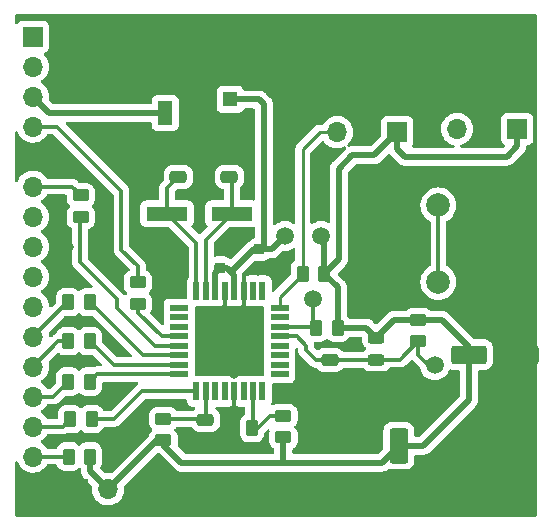
<source format=gtl>
G04 #@! TF.GenerationSoftware,KiCad,Pcbnew,(6.0.9)*
G04 #@! TF.CreationDate,2022-12-23T16:06:51+01:00*
G04 #@! TF.ProjectId,mainboard,6d61696e-626f-4617-9264-2e6b69636164,rev?*
G04 #@! TF.SameCoordinates,Original*
G04 #@! TF.FileFunction,Copper,L1,Top*
G04 #@! TF.FilePolarity,Positive*
%FSLAX46Y46*%
G04 Gerber Fmt 4.6, Leading zero omitted, Abs format (unit mm)*
G04 Created by KiCad (PCBNEW (6.0.9)) date 2022-12-23 16:06:51*
%MOMM*%
%LPD*%
G01*
G04 APERTURE LIST*
G04 Aperture macros list*
%AMRoundRect*
0 Rectangle with rounded corners*
0 $1 Rounding radius*
0 $2 $3 $4 $5 $6 $7 $8 $9 X,Y pos of 4 corners*
0 Add a 4 corners polygon primitive as box body*
4,1,4,$2,$3,$4,$5,$6,$7,$8,$9,$2,$3,0*
0 Add four circle primitives for the rounded corners*
1,1,$1+$1,$2,$3*
1,1,$1+$1,$4,$5*
1,1,$1+$1,$6,$7*
1,1,$1+$1,$8,$9*
0 Add four rect primitives between the rounded corners*
20,1,$1+$1,$2,$3,$4,$5,0*
20,1,$1+$1,$4,$5,$6,$7,0*
20,1,$1+$1,$6,$7,$8,$9,0*
20,1,$1+$1,$8,$9,$2,$3,0*%
G04 Aperture macros list end*
G04 #@! TA.AperFunction,SMDPad,CuDef*
%ADD10RoundRect,0.250000X-0.475000X0.250000X-0.475000X-0.250000X0.475000X-0.250000X0.475000X0.250000X0*%
G04 #@! TD*
G04 #@! TA.AperFunction,SMDPad,CuDef*
%ADD11RoundRect,0.250000X0.262500X0.450000X-0.262500X0.450000X-0.262500X-0.450000X0.262500X-0.450000X0*%
G04 #@! TD*
G04 #@! TA.AperFunction,ComponentPad*
%ADD12C,2.000000*%
G04 #@! TD*
G04 #@! TA.AperFunction,SMDPad,CuDef*
%ADD13RoundRect,0.250000X0.450000X-0.262500X0.450000X0.262500X-0.450000X0.262500X-0.450000X-0.262500X0*%
G04 #@! TD*
G04 #@! TA.AperFunction,ComponentPad*
%ADD14C,5.400000*%
G04 #@! TD*
G04 #@! TA.AperFunction,SMDPad,CuDef*
%ADD15RoundRect,0.225000X-0.250000X0.225000X-0.250000X-0.225000X0.250000X-0.225000X0.250000X0.225000X0*%
G04 #@! TD*
G04 #@! TA.AperFunction,SMDPad,CuDef*
%ADD16RoundRect,0.250000X-0.450000X0.262500X-0.450000X-0.262500X0.450000X-0.262500X0.450000X0.262500X0*%
G04 #@! TD*
G04 #@! TA.AperFunction,SMDPad,CuDef*
%ADD17RoundRect,0.250000X0.475000X-0.250000X0.475000X0.250000X-0.475000X0.250000X-0.475000X-0.250000X0*%
G04 #@! TD*
G04 #@! TA.AperFunction,ComponentPad*
%ADD18R,1.700000X1.700000*%
G04 #@! TD*
G04 #@! TA.AperFunction,ComponentPad*
%ADD19O,1.700000X1.700000*%
G04 #@! TD*
G04 #@! TA.AperFunction,SMDPad,CuDef*
%ADD20RoundRect,0.250000X-0.550000X1.250000X-0.550000X-1.250000X0.550000X-1.250000X0.550000X1.250000X0*%
G04 #@! TD*
G04 #@! TA.AperFunction,SMDPad,CuDef*
%ADD21RoundRect,0.250000X-0.262500X-0.450000X0.262500X-0.450000X0.262500X0.450000X-0.262500X0.450000X0*%
G04 #@! TD*
G04 #@! TA.AperFunction,SMDPad,CuDef*
%ADD22RoundRect,0.243750X-0.456250X0.243750X-0.456250X-0.243750X0.456250X-0.243750X0.456250X0.243750X0*%
G04 #@! TD*
G04 #@! TA.AperFunction,SMDPad,CuDef*
%ADD23R,3.500000X1.200000*%
G04 #@! TD*
G04 #@! TA.AperFunction,SMDPad,CuDef*
%ADD24R,1.300000X1.300000*%
G04 #@! TD*
G04 #@! TA.AperFunction,SMDPad,CuDef*
%ADD25R,1.300000X2.000000*%
G04 #@! TD*
G04 #@! TA.AperFunction,SMDPad,CuDef*
%ADD26RoundRect,0.250000X-1.250000X-0.550000X1.250000X-0.550000X1.250000X0.550000X-1.250000X0.550000X0*%
G04 #@! TD*
G04 #@! TA.AperFunction,SMDPad,CuDef*
%ADD27RoundRect,0.225000X0.250000X-0.225000X0.250000X0.225000X-0.250000X0.225000X-0.250000X-0.225000X0*%
G04 #@! TD*
G04 #@! TA.AperFunction,SMDPad,CuDef*
%ADD28R,0.550000X1.600000*%
G04 #@! TD*
G04 #@! TA.AperFunction,SMDPad,CuDef*
%ADD29R,1.600000X0.550000*%
G04 #@! TD*
G04 #@! TA.AperFunction,ViaPad*
%ADD30C,0.800000*%
G04 #@! TD*
G04 #@! TA.AperFunction,ViaPad*
%ADD31C,1.500000*%
G04 #@! TD*
G04 #@! TA.AperFunction,Conductor*
%ADD32C,0.300000*%
G04 #@! TD*
G04 #@! TA.AperFunction,Conductor*
%ADD33C,0.500000*%
G04 #@! TD*
G04 #@! TA.AperFunction,Conductor*
%ADD34C,0.250000*%
G04 #@! TD*
G04 APERTURE END LIST*
D10*
X127254000Y-36388000D03*
X127254000Y-38288000D03*
D11*
X129182500Y-59563000D03*
X127357500Y-59563000D03*
D12*
X149443000Y-47192000D03*
X149443000Y-40692000D03*
X144943000Y-40692000D03*
X144943000Y-47192000D03*
D13*
X121666000Y-60602500D03*
X121666000Y-58777500D03*
D14*
X118110000Y-28448000D03*
D15*
X129794000Y-44437000D03*
X129794000Y-45987000D03*
D16*
X114681000Y-39854500D03*
X114681000Y-41679500D03*
D11*
X135278500Y-46482000D03*
X133453500Y-46482000D03*
D17*
X135763000Y-55687000D03*
X135763000Y-53787000D03*
D11*
X136421500Y-51054000D03*
X134596500Y-51054000D03*
D16*
X119507000Y-47220500D03*
X119507000Y-49045500D03*
D10*
X125222000Y-58867000D03*
X125222000Y-60767000D03*
D18*
X114447000Y-64745000D03*
D19*
X116987000Y-64745000D03*
D16*
X143256000Y-50395500D03*
X143256000Y-52220500D03*
D11*
X115466500Y-61976000D03*
X113641500Y-61976000D03*
D20*
X141605000Y-61046000D03*
X141605000Y-65446000D03*
D21*
X113618000Y-55626000D03*
X115443000Y-55626000D03*
D22*
X139700000Y-51894500D03*
X139700000Y-53769500D03*
D23*
X121964000Y-41402000D03*
X127464000Y-41402000D03*
D13*
X131826000Y-60348500D03*
X131826000Y-58523500D03*
D11*
X115593500Y-58801000D03*
X113768500Y-58801000D03*
D24*
X127337000Y-34043000D03*
D25*
X121837000Y-32893000D03*
D24*
X127337000Y-31743000D03*
D18*
X151623000Y-34245000D03*
D19*
X149083000Y-34245000D03*
X146543000Y-34245000D03*
D10*
X122936000Y-36388000D03*
X122936000Y-38288000D03*
D21*
X113618000Y-52197000D03*
X115443000Y-52197000D03*
D26*
X147533000Y-53340000D03*
X151933000Y-53340000D03*
D14*
X149987000Y-62230000D03*
D18*
X110617000Y-26416000D03*
D19*
X110617000Y-28956000D03*
X110617000Y-31496000D03*
X110617000Y-34036000D03*
X110617000Y-36576000D03*
X110617000Y-39116000D03*
X110617000Y-41656000D03*
X110617000Y-44196000D03*
X110617000Y-46736000D03*
X110617000Y-49276000D03*
X110617000Y-51816000D03*
X110617000Y-54356000D03*
X110617000Y-56896000D03*
X110617000Y-59436000D03*
X110617000Y-61976000D03*
X110617000Y-64516000D03*
D27*
X126492000Y-45987000D03*
X126492000Y-44437000D03*
D28*
X130054000Y-47947000D03*
X129254000Y-47947000D03*
X128454000Y-47947000D03*
X127654000Y-47947000D03*
X126854000Y-47947000D03*
X126054000Y-47947000D03*
X125254000Y-47947000D03*
X124454000Y-47947000D03*
D29*
X123004000Y-49397000D03*
X123004000Y-50197000D03*
X123004000Y-50997000D03*
X123004000Y-51797000D03*
X123004000Y-52597000D03*
X123004000Y-53397000D03*
X123004000Y-54197000D03*
X123004000Y-54997000D03*
D28*
X124454000Y-56447000D03*
X125254000Y-56447000D03*
X126054000Y-56447000D03*
X126854000Y-56447000D03*
X127654000Y-56447000D03*
X128454000Y-56447000D03*
X129254000Y-56447000D03*
X130054000Y-56447000D03*
D29*
X131504000Y-54997000D03*
X131504000Y-54197000D03*
X131504000Y-53397000D03*
X131504000Y-52597000D03*
X131504000Y-51797000D03*
X131504000Y-50997000D03*
X131504000Y-50197000D03*
X131504000Y-49397000D03*
D21*
X113618000Y-48895000D03*
X115443000Y-48895000D03*
D18*
X141463000Y-34499000D03*
D19*
X138923000Y-34499000D03*
X136383000Y-34499000D03*
D30*
X134874000Y-40640000D03*
X134874000Y-39116000D03*
X134874000Y-37592000D03*
D31*
X135001000Y-43307000D03*
X131953000Y-43307000D03*
X134366000Y-48641000D03*
D30*
X131826000Y-45339000D03*
X138049000Y-43688000D03*
X114681000Y-53848000D03*
X117602000Y-52578000D03*
X126619000Y-61087000D03*
X113665000Y-44196000D03*
X137541000Y-52578000D03*
X117348000Y-56515000D03*
X127889000Y-44196000D03*
X119253000Y-59436000D03*
X140081000Y-58293000D03*
D31*
X144653000Y-54229000D03*
D32*
X127254000Y-38288000D02*
X127464000Y-38498000D01*
X125254000Y-47947000D02*
X125254000Y-43612000D01*
X127464000Y-38498000D02*
X127464000Y-41402000D01*
X125254000Y-43612000D02*
X127464000Y-41402000D01*
X122936000Y-38288000D02*
X121964000Y-39260000D01*
X121964000Y-39260000D02*
X121964000Y-41402000D01*
X124454000Y-43892000D02*
X121964000Y-41402000D01*
X124454000Y-47947000D02*
X124454000Y-43892000D01*
X125254000Y-58835000D02*
X125222000Y-58867000D01*
X125132500Y-58777500D02*
X125222000Y-58867000D01*
X121666000Y-58777500D02*
X125132500Y-58777500D01*
X125254000Y-56447000D02*
X125254000Y-58835000D01*
D33*
X135278500Y-43584500D02*
X135001000Y-43307000D01*
X126054000Y-46425000D02*
X126492000Y-45987000D01*
X136525000Y-45235500D02*
X136525000Y-37592000D01*
X151623000Y-35702000D02*
X150749000Y-36576000D01*
X129299000Y-44437000D02*
X127381000Y-46355000D01*
X135278500Y-46482000D02*
X135278500Y-43584500D01*
X136525000Y-37592000D02*
X137668000Y-36449000D01*
X143678000Y-61046000D02*
X147533000Y-57191000D01*
X136421500Y-51054000D02*
X138859500Y-51054000D01*
X143256000Y-50395500D02*
X141199000Y-50395500D01*
X130175000Y-44056000D02*
X129794000Y-44437000D01*
X130175000Y-32131000D02*
X130175000Y-44056000D01*
X142113000Y-36576000D02*
X141463000Y-35926000D01*
X127654000Y-47947000D02*
X127654000Y-46628000D01*
X131953000Y-43307000D02*
X130823000Y-44437000D01*
X141199000Y-50395500D02*
X139700000Y-51894500D01*
X121129500Y-60602500D02*
X121666000Y-60602500D01*
X137668000Y-36449000D02*
X139513000Y-36449000D01*
X130823000Y-44437000D02*
X129794000Y-44437000D01*
X136421500Y-47625000D02*
X136421500Y-51054000D01*
X116987000Y-64745000D02*
X121129500Y-60602500D01*
X131953000Y-62484000D02*
X140167000Y-62484000D01*
X129794000Y-44437000D02*
X129299000Y-44437000D01*
X115466500Y-63224500D02*
X116987000Y-64745000D01*
X139513000Y-36449000D02*
X141463000Y-34499000D01*
X127654000Y-46628000D02*
X127381000Y-46355000D01*
X151623000Y-34245000D02*
X151623000Y-35702000D01*
X121666000Y-60960000D02*
X123190000Y-62484000D01*
X121666000Y-60602500D02*
X121666000Y-60960000D01*
X127337000Y-31743000D02*
X129787000Y-31743000D01*
X145264500Y-50395500D02*
X143256000Y-50395500D01*
X138859500Y-51054000D02*
X139700000Y-51894500D01*
X140167000Y-62484000D02*
X141605000Y-61046000D01*
X127013000Y-45987000D02*
X126492000Y-45987000D01*
X126054000Y-47947000D02*
X126054000Y-46425000D01*
X147533000Y-57191000D02*
X147533000Y-53340000D01*
X131826000Y-62357000D02*
X131953000Y-62484000D01*
X115466500Y-61976000D02*
X115466500Y-63224500D01*
X150749000Y-36576000D02*
X142113000Y-36576000D01*
X129787000Y-31743000D02*
X130175000Y-32131000D01*
X127381000Y-46355000D02*
X127013000Y-45987000D01*
X147533000Y-52664000D02*
X145264500Y-50395500D01*
X123190000Y-62484000D02*
X130810000Y-62484000D01*
X147533000Y-53340000D02*
X147533000Y-52664000D01*
X131826000Y-60348500D02*
X131826000Y-62357000D01*
X135278500Y-46482000D02*
X136525000Y-45235500D01*
X135278500Y-46482000D02*
X136421500Y-47625000D01*
X141605000Y-61046000D02*
X143678000Y-61046000D01*
X141463000Y-35926000D02*
X141463000Y-34499000D01*
X130810000Y-62484000D02*
X131953000Y-62484000D01*
D32*
X134539500Y-50997000D02*
X134596500Y-51054000D01*
X134366000Y-50823500D02*
X134596500Y-51054000D01*
X131504000Y-50997000D02*
X134539500Y-50997000D01*
X134366000Y-48641000D02*
X134366000Y-50823500D01*
D34*
X133477000Y-35941000D02*
X134919000Y-34499000D01*
X134919000Y-34499000D02*
X136383000Y-34499000D01*
X133477000Y-46458500D02*
X133477000Y-35941000D01*
X133453500Y-46482000D02*
X133477000Y-46458500D01*
X131504000Y-49397000D02*
X131504000Y-48431500D01*
X131504000Y-48431500D02*
X133453500Y-46482000D01*
D33*
X112014000Y-32893000D02*
X110617000Y-31496000D01*
X121837000Y-32893000D02*
X112014000Y-32893000D01*
D32*
X128454000Y-47947000D02*
X128454000Y-46552000D01*
X128454000Y-49346000D02*
X128454000Y-47947000D01*
X128143000Y-49657000D02*
X128454000Y-49346000D01*
X126854000Y-47947000D02*
X126854000Y-49384000D01*
X127357500Y-59563000D02*
X127654000Y-59266500D01*
X127127000Y-49657000D02*
X128143000Y-49657000D01*
X128454000Y-46552000D02*
X129019000Y-45987000D01*
X127654000Y-59266500D02*
X127654000Y-56447000D01*
X129019000Y-45987000D02*
X129794000Y-45987000D01*
X126854000Y-49384000D02*
X127127000Y-49657000D01*
X139682500Y-53787000D02*
X139700000Y-53769500D01*
X144145000Y-54229000D02*
X144653000Y-54229000D01*
X139700000Y-53769500D02*
X141707000Y-53769500D01*
X135763000Y-53787000D02*
X139682500Y-53787000D01*
X131504000Y-51797000D02*
X132950000Y-51797000D01*
X144943000Y-47192000D02*
X144943000Y-40692000D01*
X134559000Y-53787000D02*
X135763000Y-53787000D01*
X143256000Y-52220500D02*
X143256000Y-53340000D01*
X143764000Y-53848000D02*
X144145000Y-54229000D01*
X132950000Y-51797000D02*
X133731000Y-52578000D01*
X143256000Y-53340000D02*
X143764000Y-53848000D01*
X133731000Y-52959000D02*
X134559000Y-53787000D01*
X141707000Y-53769500D02*
X143256000Y-52220500D01*
X133731000Y-52578000D02*
X133731000Y-52959000D01*
X119507000Y-45847000D02*
X119507000Y-47220500D01*
X112649000Y-34036000D02*
X118110000Y-39497000D01*
X118110000Y-44450000D02*
X119507000Y-45847000D01*
X118110000Y-39497000D02*
X118110000Y-44450000D01*
X110617000Y-34036000D02*
X112649000Y-34036000D01*
X110617000Y-39116000D02*
X113942500Y-39116000D01*
X113942500Y-39116000D02*
X114681000Y-39854500D01*
X110617000Y-51816000D02*
X113538000Y-48895000D01*
X113538000Y-48895000D02*
X113618000Y-48895000D01*
X110617000Y-61976000D02*
X113641500Y-61976000D01*
X129254000Y-59491500D02*
X129182500Y-59563000D01*
X129254000Y-56447000D02*
X129254000Y-59491500D01*
X129182500Y-59563000D02*
X129667000Y-59563000D01*
X130706500Y-58523500D02*
X131826000Y-58523500D01*
X129667000Y-59563000D02*
X130706500Y-58523500D01*
X110617000Y-54356000D02*
X112776000Y-52197000D01*
X112776000Y-52197000D02*
X113618000Y-52197000D01*
X112348000Y-56896000D02*
X113618000Y-55626000D01*
X110617000Y-56896000D02*
X112348000Y-56896000D01*
X113133500Y-59436000D02*
X113768500Y-58801000D01*
X110617000Y-59436000D02*
X113133500Y-59436000D01*
X123004000Y-51797000D02*
X121520000Y-51797000D01*
X119507000Y-49784000D02*
X119507000Y-49045500D01*
X121520000Y-51797000D02*
X119507000Y-49784000D01*
X114605500Y-45517500D02*
X117729000Y-48641000D01*
X117729000Y-48641000D02*
X117729000Y-49403000D01*
X114605500Y-41755000D02*
X114605500Y-45517500D01*
X114681000Y-41679500D02*
X114605500Y-41755000D01*
X117729000Y-49403000D02*
X120923000Y-52597000D01*
X120923000Y-52597000D02*
X123004000Y-52597000D01*
X119945000Y-53397000D02*
X123004000Y-53397000D01*
X115443000Y-48895000D02*
X119945000Y-53397000D01*
X117443000Y-54197000D02*
X123004000Y-54197000D01*
X115443000Y-52197000D02*
X117443000Y-54197000D01*
X115443000Y-55626000D02*
X116072000Y-54997000D01*
X116072000Y-54997000D02*
X123004000Y-54997000D01*
X117475000Y-58801000D02*
X119829000Y-56447000D01*
X115593500Y-58801000D02*
X117475000Y-58801000D01*
X119829000Y-56447000D02*
X124454000Y-56447000D01*
G04 #@! TA.AperFunction,Conductor*
G36*
X153230621Y-24531502D02*
G01*
X153277114Y-24585158D01*
X153288500Y-24637500D01*
X153288500Y-66929500D01*
X153268498Y-66997621D01*
X153214842Y-67044114D01*
X153162500Y-67055500D01*
X109219500Y-67055500D01*
X109151379Y-67035498D01*
X109104886Y-66981842D01*
X109093500Y-66929500D01*
X109093500Y-62480349D01*
X109113502Y-62412228D01*
X109167158Y-62365735D01*
X109237432Y-62355631D01*
X109302012Y-62385125D01*
X109336243Y-62432945D01*
X109400266Y-62590616D01*
X109402965Y-62595020D01*
X109500981Y-62754968D01*
X109516987Y-62781088D01*
X109663250Y-62949938D01*
X109835126Y-63092632D01*
X110028000Y-63205338D01*
X110032825Y-63207180D01*
X110032826Y-63207181D01*
X110089265Y-63228733D01*
X110236692Y-63285030D01*
X110241760Y-63286061D01*
X110241763Y-63286062D01*
X110317064Y-63301382D01*
X110455597Y-63329567D01*
X110460772Y-63329757D01*
X110460774Y-63329757D01*
X110673673Y-63337564D01*
X110673677Y-63337564D01*
X110678837Y-63337753D01*
X110683957Y-63337097D01*
X110683959Y-63337097D01*
X110895288Y-63310025D01*
X110895289Y-63310025D01*
X110900416Y-63309368D01*
X110927035Y-63301382D01*
X111109429Y-63246661D01*
X111109434Y-63246659D01*
X111114384Y-63245174D01*
X111314994Y-63146896D01*
X111496860Y-63017173D01*
X111502965Y-63011090D01*
X111605597Y-62908815D01*
X111655096Y-62859489D01*
X111685574Y-62817075D01*
X111779060Y-62686974D01*
X111835055Y-62643326D01*
X111881383Y-62634500D01*
X112558143Y-62634500D01*
X112626264Y-62654502D01*
X112672757Y-62708158D01*
X112677666Y-62720622D01*
X112685130Y-62742995D01*
X112685133Y-62743002D01*
X112687450Y-62749946D01*
X112780522Y-62900348D01*
X112905697Y-63025305D01*
X112911927Y-63029145D01*
X112911928Y-63029146D01*
X113049090Y-63113694D01*
X113056262Y-63118115D01*
X113133978Y-63143892D01*
X113217611Y-63171632D01*
X113217613Y-63171632D01*
X113224139Y-63173797D01*
X113230975Y-63174497D01*
X113230978Y-63174498D01*
X113268586Y-63178351D01*
X113328600Y-63184500D01*
X113954400Y-63184500D01*
X113957646Y-63184163D01*
X113957650Y-63184163D01*
X114053308Y-63174238D01*
X114053312Y-63174237D01*
X114060166Y-63173526D01*
X114066702Y-63171345D01*
X114066704Y-63171345D01*
X114207213Y-63124467D01*
X114227946Y-63117550D01*
X114378348Y-63024478D01*
X114464784Y-62937891D01*
X114527066Y-62903812D01*
X114597886Y-62908815D01*
X114642975Y-62937736D01*
X114651285Y-62946031D01*
X114671018Y-62965730D01*
X114705097Y-63028012D01*
X114708000Y-63054903D01*
X114708000Y-63157430D01*
X114706567Y-63176380D01*
X114705332Y-63184500D01*
X114703301Y-63197849D01*
X114703894Y-63205141D01*
X114703894Y-63205144D01*
X114707585Y-63250518D01*
X114708000Y-63260733D01*
X114708000Y-63268793D01*
X114708425Y-63272437D01*
X114711289Y-63297007D01*
X114711722Y-63301382D01*
X114716942Y-63365551D01*
X114717640Y-63374137D01*
X114719896Y-63381101D01*
X114721087Y-63387060D01*
X114722471Y-63392915D01*
X114723318Y-63400181D01*
X114748235Y-63468827D01*
X114749652Y-63472955D01*
X114772149Y-63542399D01*
X114775945Y-63548654D01*
X114778451Y-63554128D01*
X114781170Y-63559558D01*
X114783667Y-63566437D01*
X114787680Y-63572557D01*
X114787680Y-63572558D01*
X114823686Y-63627476D01*
X114826023Y-63631180D01*
X114863905Y-63693607D01*
X114867621Y-63697815D01*
X114867622Y-63697816D01*
X114871303Y-63701984D01*
X114871276Y-63702008D01*
X114873929Y-63705000D01*
X114876632Y-63708233D01*
X114880644Y-63714352D01*
X114885956Y-63719384D01*
X114936883Y-63767628D01*
X114939325Y-63770006D01*
X115606449Y-64437130D01*
X115640475Y-64499442D01*
X115642641Y-64539613D01*
X115624251Y-64711695D01*
X115624548Y-64716848D01*
X115624548Y-64716851D01*
X115630011Y-64811590D01*
X115637110Y-64934715D01*
X115638247Y-64939761D01*
X115638248Y-64939767D01*
X115658119Y-65027939D01*
X115686222Y-65152639D01*
X115770266Y-65359616D01*
X115886987Y-65550088D01*
X116033250Y-65718938D01*
X116205126Y-65861632D01*
X116398000Y-65974338D01*
X116606692Y-66054030D01*
X116611760Y-66055061D01*
X116611763Y-66055062D01*
X116719017Y-66076883D01*
X116825597Y-66098567D01*
X116830772Y-66098757D01*
X116830774Y-66098757D01*
X117043673Y-66106564D01*
X117043677Y-66106564D01*
X117048837Y-66106753D01*
X117053957Y-66106097D01*
X117053959Y-66106097D01*
X117265288Y-66079025D01*
X117265289Y-66079025D01*
X117270416Y-66078368D01*
X117275366Y-66076883D01*
X117479429Y-66015661D01*
X117479434Y-66015659D01*
X117484384Y-66014174D01*
X117684994Y-65915896D01*
X117866860Y-65786173D01*
X118025096Y-65628489D01*
X118084594Y-65545689D01*
X118152435Y-65451277D01*
X118155453Y-65447077D01*
X118254430Y-65246811D01*
X118319370Y-65033069D01*
X118348529Y-64811590D01*
X118350156Y-64745000D01*
X118332870Y-64534747D01*
X118347223Y-64465219D01*
X118369351Y-64435330D01*
X121129905Y-61674776D01*
X121192217Y-61640750D01*
X121263032Y-61645815D01*
X121308095Y-61674776D01*
X122606230Y-62972911D01*
X122618616Y-62987323D01*
X122627149Y-62998918D01*
X122627154Y-62998923D01*
X122631492Y-63004818D01*
X122637070Y-63009557D01*
X122637073Y-63009560D01*
X122671768Y-63039035D01*
X122679284Y-63045965D01*
X122684979Y-63051660D01*
X122687861Y-63053940D01*
X122707251Y-63069281D01*
X122710655Y-63072072D01*
X122760331Y-63114275D01*
X122766285Y-63119333D01*
X122772801Y-63122661D01*
X122777838Y-63126020D01*
X122782977Y-63129194D01*
X122788716Y-63133734D01*
X122795349Y-63136834D01*
X122854837Y-63164636D01*
X122858791Y-63166569D01*
X122923808Y-63199769D01*
X122930924Y-63201510D01*
X122936554Y-63203604D01*
X122942321Y-63205523D01*
X122948950Y-63208621D01*
X122956110Y-63210110D01*
X122956112Y-63210111D01*
X123020396Y-63223482D01*
X123024680Y-63224452D01*
X123095610Y-63241808D01*
X123101212Y-63242156D01*
X123101215Y-63242156D01*
X123106764Y-63242500D01*
X123106762Y-63242536D01*
X123110752Y-63242775D01*
X123114950Y-63243150D01*
X123122115Y-63244640D01*
X123199520Y-63242546D01*
X123202928Y-63242500D01*
X131865059Y-63242500D01*
X131876260Y-63242999D01*
X131877950Y-63243150D01*
X131885115Y-63244640D01*
X131962520Y-63242546D01*
X131965928Y-63242500D01*
X140099930Y-63242500D01*
X140118880Y-63243933D01*
X140133115Y-63246099D01*
X140133119Y-63246099D01*
X140140349Y-63247199D01*
X140147641Y-63246606D01*
X140147644Y-63246606D01*
X140193018Y-63242915D01*
X140203233Y-63242500D01*
X140211293Y-63242500D01*
X140228680Y-63240473D01*
X140239507Y-63239211D01*
X140243882Y-63238778D01*
X140309339Y-63233454D01*
X140309342Y-63233453D01*
X140316637Y-63232860D01*
X140323601Y-63230604D01*
X140329560Y-63229413D01*
X140335415Y-63228029D01*
X140342681Y-63227182D01*
X140411327Y-63202265D01*
X140415455Y-63200848D01*
X140477936Y-63180607D01*
X140477938Y-63180606D01*
X140484899Y-63178351D01*
X140491154Y-63174555D01*
X140496628Y-63172049D01*
X140502058Y-63169330D01*
X140508937Y-63166833D01*
X140569976Y-63126814D01*
X140573680Y-63124477D01*
X140636107Y-63086595D01*
X140644484Y-63079197D01*
X140644508Y-63079224D01*
X140647500Y-63076571D01*
X140650733Y-63073868D01*
X140656852Y-63069856D01*
X140671718Y-63054163D01*
X140678706Y-63046787D01*
X140740076Y-63011090D01*
X140809845Y-63013848D01*
X140893611Y-63041632D01*
X140893613Y-63041632D01*
X140900139Y-63043797D01*
X140906975Y-63044497D01*
X140906978Y-63044498D01*
X140950031Y-63048909D01*
X141004600Y-63054500D01*
X142205400Y-63054500D01*
X142208646Y-63054163D01*
X142208650Y-63054163D01*
X142304308Y-63044238D01*
X142304312Y-63044237D01*
X142311166Y-63043526D01*
X142317702Y-63041345D01*
X142317704Y-63041345D01*
X142471998Y-62989868D01*
X142478946Y-62987550D01*
X142629348Y-62894478D01*
X142754305Y-62769303D01*
X142784313Y-62720622D01*
X142843275Y-62624968D01*
X142843276Y-62624966D01*
X142847115Y-62618738D01*
X142893016Y-62480349D01*
X142900632Y-62457389D01*
X142900632Y-62457387D01*
X142902797Y-62450861D01*
X142913500Y-62346400D01*
X142913500Y-61930500D01*
X142933502Y-61862379D01*
X142987158Y-61815886D01*
X143039500Y-61804500D01*
X143610930Y-61804500D01*
X143629880Y-61805933D01*
X143644115Y-61808099D01*
X143644119Y-61808099D01*
X143651349Y-61809199D01*
X143658641Y-61808606D01*
X143658644Y-61808606D01*
X143704018Y-61804915D01*
X143714233Y-61804500D01*
X143722293Y-61804500D01*
X143735583Y-61802951D01*
X143750507Y-61801211D01*
X143754882Y-61800778D01*
X143820339Y-61795454D01*
X143820342Y-61795453D01*
X143827637Y-61794860D01*
X143834601Y-61792604D01*
X143840560Y-61791413D01*
X143846415Y-61790029D01*
X143853681Y-61789182D01*
X143922327Y-61764265D01*
X143926455Y-61762848D01*
X143988936Y-61742607D01*
X143988938Y-61742606D01*
X143995899Y-61740351D01*
X144002154Y-61736555D01*
X144007628Y-61734049D01*
X144013058Y-61731330D01*
X144019937Y-61728833D01*
X144042387Y-61714114D01*
X144080976Y-61688814D01*
X144084680Y-61686477D01*
X144147107Y-61648595D01*
X144155484Y-61641197D01*
X144155508Y-61641224D01*
X144158500Y-61638571D01*
X144161733Y-61635868D01*
X144167852Y-61631856D01*
X144221128Y-61575617D01*
X144223506Y-61573175D01*
X148021911Y-57774770D01*
X148036323Y-57762384D01*
X148047918Y-57753851D01*
X148047923Y-57753846D01*
X148053818Y-57749508D01*
X148058557Y-57743930D01*
X148058560Y-57743927D01*
X148088035Y-57709232D01*
X148094965Y-57701716D01*
X148100660Y-57696021D01*
X148118281Y-57673749D01*
X148121072Y-57670345D01*
X148163591Y-57620297D01*
X148163592Y-57620295D01*
X148168333Y-57614715D01*
X148171661Y-57608199D01*
X148175028Y-57603150D01*
X148178195Y-57598021D01*
X148182734Y-57592284D01*
X148213655Y-57526125D01*
X148215561Y-57522225D01*
X148215740Y-57521874D01*
X148248769Y-57457192D01*
X148250508Y-57450084D01*
X148252607Y-57444441D01*
X148254524Y-57438678D01*
X148257622Y-57432050D01*
X148272487Y-57360583D01*
X148273457Y-57356299D01*
X148274278Y-57352945D01*
X148290808Y-57285390D01*
X148291414Y-57275631D01*
X148291500Y-57274236D01*
X148291536Y-57274238D01*
X148291775Y-57270245D01*
X148292149Y-57266053D01*
X148293640Y-57258885D01*
X148291546Y-57181479D01*
X148291500Y-57178072D01*
X148291500Y-54774500D01*
X148311502Y-54706379D01*
X148365158Y-54659886D01*
X148417500Y-54648500D01*
X148833400Y-54648500D01*
X148836646Y-54648163D01*
X148836650Y-54648163D01*
X148932308Y-54638238D01*
X148932312Y-54638237D01*
X148939166Y-54637526D01*
X148945702Y-54635345D01*
X148945704Y-54635345D01*
X149099998Y-54583868D01*
X149106946Y-54581550D01*
X149257348Y-54488478D01*
X149317248Y-54428474D01*
X149377134Y-54368483D01*
X149382305Y-54363303D01*
X149389624Y-54351430D01*
X149471275Y-54218968D01*
X149471276Y-54218966D01*
X149475115Y-54212738D01*
X149530797Y-54044861D01*
X149541500Y-53940400D01*
X149541500Y-52739600D01*
X149540827Y-52733113D01*
X149531238Y-52640692D01*
X149531237Y-52640688D01*
X149530526Y-52633834D01*
X149527576Y-52624990D01*
X149476868Y-52473002D01*
X149474550Y-52466054D01*
X149381478Y-52315652D01*
X149338697Y-52272945D01*
X149264040Y-52198419D01*
X149256303Y-52190695D01*
X149247087Y-52185014D01*
X149111968Y-52101725D01*
X149111966Y-52101724D01*
X149105738Y-52097885D01*
X149025995Y-52071436D01*
X148944389Y-52044368D01*
X148944387Y-52044368D01*
X148937861Y-52042203D01*
X148931025Y-52041503D01*
X148931022Y-52041502D01*
X148887969Y-52037091D01*
X148833400Y-52031500D01*
X148025371Y-52031500D01*
X147957250Y-52011498D01*
X147936276Y-51994595D01*
X145848270Y-49906589D01*
X145835884Y-49892177D01*
X145827351Y-49880582D01*
X145827346Y-49880577D01*
X145823008Y-49874682D01*
X145817430Y-49869943D01*
X145817427Y-49869940D01*
X145782732Y-49840465D01*
X145775216Y-49833535D01*
X145769521Y-49827840D01*
X145758787Y-49819348D01*
X145747249Y-49810219D01*
X145743845Y-49807428D01*
X145693797Y-49764909D01*
X145693795Y-49764908D01*
X145688215Y-49760167D01*
X145681699Y-49756839D01*
X145676650Y-49753472D01*
X145671521Y-49750305D01*
X145665784Y-49745766D01*
X145599625Y-49714845D01*
X145595725Y-49712939D01*
X145530692Y-49679731D01*
X145523584Y-49677992D01*
X145517941Y-49675893D01*
X145512178Y-49673976D01*
X145505550Y-49670878D01*
X145434083Y-49656013D01*
X145429799Y-49655043D01*
X145395458Y-49646640D01*
X145358890Y-49637692D01*
X145353288Y-49637344D01*
X145353285Y-49637344D01*
X145347736Y-49637000D01*
X145347738Y-49636964D01*
X145343745Y-49636725D01*
X145339553Y-49636351D01*
X145332385Y-49634860D01*
X145268620Y-49636585D01*
X145254979Y-49636954D01*
X145251572Y-49637000D01*
X144334915Y-49637000D01*
X144266794Y-49616998D01*
X144245897Y-49600173D01*
X144184483Y-49538866D01*
X144179303Y-49533695D01*
X144041136Y-49448527D01*
X144034968Y-49444725D01*
X144034966Y-49444724D01*
X144028738Y-49440885D01*
X143945698Y-49413342D01*
X143867389Y-49387368D01*
X143867387Y-49387368D01*
X143860861Y-49385203D01*
X143854025Y-49384503D01*
X143854022Y-49384502D01*
X143810969Y-49380091D01*
X143756400Y-49374500D01*
X142755600Y-49374500D01*
X142752354Y-49374837D01*
X142752350Y-49374837D01*
X142656692Y-49384762D01*
X142656688Y-49384763D01*
X142649834Y-49385474D01*
X142643298Y-49387655D01*
X142643296Y-49387655D01*
X142511194Y-49431728D01*
X142482054Y-49441450D01*
X142331652Y-49534522D01*
X142326479Y-49539704D01*
X142266270Y-49600018D01*
X142203987Y-49634097D01*
X142177097Y-49637000D01*
X141266069Y-49637000D01*
X141247121Y-49635567D01*
X141237457Y-49634097D01*
X141232883Y-49633401D01*
X141232881Y-49633401D01*
X141225651Y-49632301D01*
X141218359Y-49632894D01*
X141218356Y-49632894D01*
X141172982Y-49636585D01*
X141162767Y-49637000D01*
X141154707Y-49637000D01*
X141141417Y-49638549D01*
X141126493Y-49640289D01*
X141122118Y-49640722D01*
X141056661Y-49646046D01*
X141056658Y-49646047D01*
X141049363Y-49646640D01*
X141042399Y-49648896D01*
X141036440Y-49650087D01*
X141030585Y-49651471D01*
X141023319Y-49652318D01*
X140954673Y-49677235D01*
X140950545Y-49678652D01*
X140888064Y-49698893D01*
X140888062Y-49698894D01*
X140881101Y-49701149D01*
X140874846Y-49704945D01*
X140869372Y-49707451D01*
X140863942Y-49710170D01*
X140857063Y-49712667D01*
X140850943Y-49716680D01*
X140850942Y-49716680D01*
X140796024Y-49752686D01*
X140792320Y-49755023D01*
X140729893Y-49792905D01*
X140721516Y-49800303D01*
X140721492Y-49800276D01*
X140718500Y-49802929D01*
X140715267Y-49805632D01*
X140709148Y-49809644D01*
X140679951Y-49840465D01*
X140655872Y-49865883D01*
X140653494Y-49868325D01*
X139789095Y-50732724D01*
X139726783Y-50766750D01*
X139655968Y-50761685D01*
X139610905Y-50732724D01*
X139443270Y-50565089D01*
X139430884Y-50550677D01*
X139422351Y-50539082D01*
X139422346Y-50539077D01*
X139418008Y-50533182D01*
X139412430Y-50528443D01*
X139412427Y-50528440D01*
X139377732Y-50498965D01*
X139370216Y-50492035D01*
X139364521Y-50486340D01*
X139358380Y-50481482D01*
X139342249Y-50468719D01*
X139338845Y-50465928D01*
X139288797Y-50423409D01*
X139288795Y-50423408D01*
X139283215Y-50418667D01*
X139276699Y-50415339D01*
X139271650Y-50411972D01*
X139266521Y-50408805D01*
X139260784Y-50404266D01*
X139194625Y-50373345D01*
X139190725Y-50371439D01*
X139125692Y-50338231D01*
X139118584Y-50336492D01*
X139112941Y-50334393D01*
X139107178Y-50332476D01*
X139100550Y-50329378D01*
X139029083Y-50314513D01*
X139024799Y-50313543D01*
X138953890Y-50296192D01*
X138948288Y-50295844D01*
X138948285Y-50295844D01*
X138942736Y-50295500D01*
X138942738Y-50295464D01*
X138938745Y-50295225D01*
X138934553Y-50294851D01*
X138927385Y-50293360D01*
X138861175Y-50295151D01*
X138849979Y-50295454D01*
X138846572Y-50295500D01*
X137455311Y-50295500D01*
X137387190Y-50275498D01*
X137348167Y-50235804D01*
X137329239Y-50205217D01*
X137282478Y-50129652D01*
X137216982Y-50064269D01*
X137182903Y-50001987D01*
X137180000Y-49975097D01*
X137180000Y-47692070D01*
X137181433Y-47673120D01*
X137183599Y-47658885D01*
X137183599Y-47658881D01*
X137184699Y-47651651D01*
X137183684Y-47639166D01*
X137180415Y-47598982D01*
X137180000Y-47588767D01*
X137180000Y-47580707D01*
X137176711Y-47552493D01*
X137176278Y-47548118D01*
X137170954Y-47482661D01*
X137170953Y-47482658D01*
X137170360Y-47475363D01*
X137168104Y-47468399D01*
X137166913Y-47462440D01*
X137165529Y-47456585D01*
X137164682Y-47449319D01*
X137139765Y-47380673D01*
X137138348Y-47376545D01*
X137118107Y-47314064D01*
X137118106Y-47314062D01*
X137115851Y-47307101D01*
X137112055Y-47300846D01*
X137109549Y-47295372D01*
X137106830Y-47289942D01*
X137104333Y-47283063D01*
X137064314Y-47222024D01*
X137061967Y-47218305D01*
X137046005Y-47192000D01*
X143429835Y-47192000D01*
X143448465Y-47428711D01*
X143449619Y-47433518D01*
X143449620Y-47433524D01*
X143473675Y-47533717D01*
X143503895Y-47659594D01*
X143505788Y-47664165D01*
X143505789Y-47664167D01*
X143584935Y-47855242D01*
X143594760Y-47878963D01*
X143597346Y-47883183D01*
X143716241Y-48077202D01*
X143716245Y-48077208D01*
X143718824Y-48081416D01*
X143873031Y-48261969D01*
X144053584Y-48416176D01*
X144057792Y-48418755D01*
X144057798Y-48418759D01*
X144251817Y-48537654D01*
X144256037Y-48540240D01*
X144260607Y-48542133D01*
X144260611Y-48542135D01*
X144466683Y-48627492D01*
X144475406Y-48631105D01*
X144516622Y-48641000D01*
X144701476Y-48685380D01*
X144701482Y-48685381D01*
X144706289Y-48686535D01*
X144943000Y-48705165D01*
X145179711Y-48686535D01*
X145184518Y-48685381D01*
X145184524Y-48685380D01*
X145369378Y-48641000D01*
X145410594Y-48631105D01*
X145419317Y-48627492D01*
X145625389Y-48542135D01*
X145625393Y-48542133D01*
X145629963Y-48540240D01*
X145634183Y-48537654D01*
X145828202Y-48418759D01*
X145828208Y-48418755D01*
X145832416Y-48416176D01*
X146012969Y-48261969D01*
X146167176Y-48081416D01*
X146169755Y-48077208D01*
X146169759Y-48077202D01*
X146288654Y-47883183D01*
X146291240Y-47878963D01*
X146301066Y-47855242D01*
X146380211Y-47664167D01*
X146380212Y-47664165D01*
X146382105Y-47659594D01*
X146412325Y-47533717D01*
X146436380Y-47433524D01*
X146436381Y-47433518D01*
X146437535Y-47428711D01*
X146456165Y-47192000D01*
X146437535Y-46955289D01*
X146434389Y-46942181D01*
X146398073Y-46790919D01*
X146382105Y-46724406D01*
X146373112Y-46702695D01*
X146293135Y-46509611D01*
X146293133Y-46509607D01*
X146291240Y-46505037D01*
X146250140Y-46437968D01*
X146169759Y-46306798D01*
X146169755Y-46306792D01*
X146167176Y-46302584D01*
X146033968Y-46146618D01*
X146016177Y-46125787D01*
X146012969Y-46122031D01*
X145832416Y-45967824D01*
X145828203Y-45965242D01*
X145828193Y-45965235D01*
X145661665Y-45863186D01*
X145614034Y-45810539D01*
X145601500Y-45755754D01*
X145601500Y-42128246D01*
X145621502Y-42060125D01*
X145661665Y-42020814D01*
X145828193Y-41918765D01*
X145828203Y-41918758D01*
X145832416Y-41916176D01*
X146012969Y-41761969D01*
X146167176Y-41581416D01*
X146169755Y-41577208D01*
X146169759Y-41577202D01*
X146288654Y-41383183D01*
X146291240Y-41378963D01*
X146295029Y-41369817D01*
X146380211Y-41164167D01*
X146380212Y-41164165D01*
X146382105Y-41159594D01*
X146417578Y-41011840D01*
X146436380Y-40933524D01*
X146436381Y-40933518D01*
X146437535Y-40928711D01*
X146456165Y-40692000D01*
X146437535Y-40455289D01*
X146435633Y-40447364D01*
X146383260Y-40229218D01*
X146382105Y-40224406D01*
X146355498Y-40160171D01*
X146293135Y-40009611D01*
X146293133Y-40009607D01*
X146291240Y-40005037D01*
X146237100Y-39916689D01*
X146169759Y-39806798D01*
X146169755Y-39806792D01*
X146167176Y-39802584D01*
X146012969Y-39622031D01*
X145832416Y-39467824D01*
X145828208Y-39465245D01*
X145828202Y-39465241D01*
X145634183Y-39346346D01*
X145629963Y-39343760D01*
X145625393Y-39341867D01*
X145625389Y-39341865D01*
X145415167Y-39254789D01*
X145415165Y-39254788D01*
X145410594Y-39252895D01*
X145320740Y-39231323D01*
X145184524Y-39198620D01*
X145184518Y-39198619D01*
X145179711Y-39197465D01*
X144943000Y-39178835D01*
X144706289Y-39197465D01*
X144701482Y-39198619D01*
X144701476Y-39198620D01*
X144565260Y-39231323D01*
X144475406Y-39252895D01*
X144470835Y-39254788D01*
X144470833Y-39254789D01*
X144260611Y-39341865D01*
X144260607Y-39341867D01*
X144256037Y-39343760D01*
X144251817Y-39346346D01*
X144057798Y-39465241D01*
X144057792Y-39465245D01*
X144053584Y-39467824D01*
X143873031Y-39622031D01*
X143718824Y-39802584D01*
X143716245Y-39806792D01*
X143716241Y-39806798D01*
X143648900Y-39916689D01*
X143594760Y-40005037D01*
X143592867Y-40009607D01*
X143592865Y-40009611D01*
X143530502Y-40160171D01*
X143503895Y-40224406D01*
X143502740Y-40229218D01*
X143450368Y-40447364D01*
X143448465Y-40455289D01*
X143429835Y-40692000D01*
X143448465Y-40928711D01*
X143449619Y-40933518D01*
X143449620Y-40933524D01*
X143468422Y-41011840D01*
X143503895Y-41159594D01*
X143505788Y-41164165D01*
X143505789Y-41164167D01*
X143590972Y-41369817D01*
X143594760Y-41378963D01*
X143597346Y-41383183D01*
X143716241Y-41577202D01*
X143716245Y-41577208D01*
X143718824Y-41581416D01*
X143873031Y-41761969D01*
X144053584Y-41916176D01*
X144057797Y-41918758D01*
X144057807Y-41918765D01*
X144224335Y-42020814D01*
X144271966Y-42073461D01*
X144284500Y-42128246D01*
X144284500Y-45755754D01*
X144264498Y-45823875D01*
X144224335Y-45863186D01*
X144057807Y-45965235D01*
X144057797Y-45965242D01*
X144053584Y-45967824D01*
X143873031Y-46122031D01*
X143869823Y-46125787D01*
X143852032Y-46146618D01*
X143718824Y-46302584D01*
X143716245Y-46306792D01*
X143716241Y-46306798D01*
X143635860Y-46437968D01*
X143594760Y-46505037D01*
X143592867Y-46509607D01*
X143592865Y-46509611D01*
X143512888Y-46702695D01*
X143503895Y-46724406D01*
X143487927Y-46790919D01*
X143451612Y-46942181D01*
X143448465Y-46955289D01*
X143429835Y-47192000D01*
X137046005Y-47192000D01*
X137024095Y-47155893D01*
X137016697Y-47147516D01*
X137016724Y-47147492D01*
X137014071Y-47144500D01*
X137011368Y-47141267D01*
X137007356Y-47135148D01*
X136951117Y-47081872D01*
X136948675Y-47079494D01*
X136440276Y-46571095D01*
X136406250Y-46508783D01*
X136411315Y-46437968D01*
X136440276Y-46392905D01*
X137013911Y-45819270D01*
X137028323Y-45806884D01*
X137039918Y-45798351D01*
X137039923Y-45798346D01*
X137045818Y-45794008D01*
X137050557Y-45788430D01*
X137050560Y-45788427D01*
X137080035Y-45753732D01*
X137086965Y-45746216D01*
X137092660Y-45740521D01*
X137100159Y-45731042D01*
X137110281Y-45718249D01*
X137113072Y-45714845D01*
X137155591Y-45664797D01*
X137155592Y-45664795D01*
X137160333Y-45659215D01*
X137163661Y-45652699D01*
X137167028Y-45647650D01*
X137170195Y-45642521D01*
X137174734Y-45636784D01*
X137205655Y-45570625D01*
X137207561Y-45566725D01*
X137240769Y-45501692D01*
X137242508Y-45494584D01*
X137244607Y-45488941D01*
X137246524Y-45483178D01*
X137249622Y-45476550D01*
X137251995Y-45465144D01*
X137264486Y-45405088D01*
X137265457Y-45400799D01*
X137267618Y-45391969D01*
X137282808Y-45329890D01*
X137283500Y-45318736D01*
X137283536Y-45318738D01*
X137283775Y-45314745D01*
X137284149Y-45310553D01*
X137285640Y-45303385D01*
X137283546Y-45225979D01*
X137283500Y-45222572D01*
X137283500Y-37958371D01*
X137303502Y-37890250D01*
X137320405Y-37869276D01*
X137945276Y-37244405D01*
X138007588Y-37210379D01*
X138034371Y-37207500D01*
X139445930Y-37207500D01*
X139464880Y-37208933D01*
X139479115Y-37211099D01*
X139479119Y-37211099D01*
X139486349Y-37212199D01*
X139493641Y-37211606D01*
X139493644Y-37211606D01*
X139539018Y-37207915D01*
X139549233Y-37207500D01*
X139557293Y-37207500D01*
X139570583Y-37205951D01*
X139585507Y-37204211D01*
X139589882Y-37203778D01*
X139655339Y-37198454D01*
X139655342Y-37198453D01*
X139662637Y-37197860D01*
X139669601Y-37195604D01*
X139675560Y-37194413D01*
X139681415Y-37193029D01*
X139688681Y-37192182D01*
X139757327Y-37167265D01*
X139761455Y-37165848D01*
X139823936Y-37145607D01*
X139823938Y-37145606D01*
X139830899Y-37143351D01*
X139837154Y-37139555D01*
X139842628Y-37137049D01*
X139848058Y-37134330D01*
X139854937Y-37131833D01*
X139896776Y-37104402D01*
X139915976Y-37091814D01*
X139919680Y-37089477D01*
X139982107Y-37051595D01*
X139990484Y-37044197D01*
X139990508Y-37044224D01*
X139993500Y-37041571D01*
X139996733Y-37038868D01*
X140002852Y-37034856D01*
X140056128Y-36978617D01*
X140058506Y-36976175D01*
X140663483Y-36371198D01*
X140725795Y-36337172D01*
X140796610Y-36342237D01*
X140853446Y-36384784D01*
X140854140Y-36385814D01*
X140854170Y-36385792D01*
X140857491Y-36390306D01*
X140860405Y-36395107D01*
X140864121Y-36399315D01*
X140864122Y-36399316D01*
X140867803Y-36403484D01*
X140867776Y-36403508D01*
X140870429Y-36406500D01*
X140873132Y-36409733D01*
X140877144Y-36415852D01*
X140882456Y-36420884D01*
X140933383Y-36469128D01*
X140935825Y-36471506D01*
X141529230Y-37064911D01*
X141541616Y-37079323D01*
X141550149Y-37090918D01*
X141550154Y-37090923D01*
X141554492Y-37096818D01*
X141560070Y-37101557D01*
X141560073Y-37101560D01*
X141594768Y-37131035D01*
X141602284Y-37137965D01*
X141607980Y-37143661D01*
X141610841Y-37145924D01*
X141610846Y-37145929D01*
X141630266Y-37161293D01*
X141633667Y-37164082D01*
X141689285Y-37211333D01*
X141695798Y-37214659D01*
X141700837Y-37218020D01*
X141705979Y-37221196D01*
X141711716Y-37225734D01*
X141777875Y-37256655D01*
X141781769Y-37258558D01*
X141846808Y-37291769D01*
X141853917Y-37293508D01*
X141859551Y-37295604D01*
X141865321Y-37297523D01*
X141871950Y-37300622D01*
X141879113Y-37302112D01*
X141879116Y-37302113D01*
X141929830Y-37312661D01*
X141943435Y-37315491D01*
X141947701Y-37316457D01*
X142018610Y-37333808D01*
X142024212Y-37334156D01*
X142024215Y-37334156D01*
X142029764Y-37334500D01*
X142029762Y-37334535D01*
X142033734Y-37334775D01*
X142037955Y-37335152D01*
X142045115Y-37336641D01*
X142122542Y-37334546D01*
X142125950Y-37334500D01*
X150681930Y-37334500D01*
X150700880Y-37335933D01*
X150715115Y-37338099D01*
X150715119Y-37338099D01*
X150722349Y-37339199D01*
X150729641Y-37338606D01*
X150729644Y-37338606D01*
X150775018Y-37334915D01*
X150785233Y-37334500D01*
X150793293Y-37334500D01*
X150810680Y-37332473D01*
X150821507Y-37331211D01*
X150825882Y-37330778D01*
X150891339Y-37325454D01*
X150891342Y-37325453D01*
X150898637Y-37324860D01*
X150905601Y-37322604D01*
X150911560Y-37321413D01*
X150917415Y-37320029D01*
X150924681Y-37319182D01*
X150993327Y-37294265D01*
X150997455Y-37292848D01*
X151059936Y-37272607D01*
X151059938Y-37272606D01*
X151066899Y-37270351D01*
X151073154Y-37266555D01*
X151078628Y-37264049D01*
X151084058Y-37261330D01*
X151090937Y-37258833D01*
X151112943Y-37244405D01*
X151151976Y-37218814D01*
X151155680Y-37216477D01*
X151218107Y-37178595D01*
X151226484Y-37171197D01*
X151226508Y-37171224D01*
X151229500Y-37168571D01*
X151232733Y-37165868D01*
X151238852Y-37161856D01*
X151292128Y-37105617D01*
X151294506Y-37103175D01*
X152111911Y-36285770D01*
X152126323Y-36273384D01*
X152137918Y-36264851D01*
X152137923Y-36264846D01*
X152143818Y-36260508D01*
X152148557Y-36254930D01*
X152148560Y-36254927D01*
X152178035Y-36220232D01*
X152184965Y-36212716D01*
X152190661Y-36207020D01*
X152192924Y-36204159D01*
X152192929Y-36204154D01*
X152208285Y-36184744D01*
X152211074Y-36181342D01*
X152253596Y-36131291D01*
X152253597Y-36131290D01*
X152258333Y-36125715D01*
X152261661Y-36119198D01*
X152265027Y-36114150D01*
X152268190Y-36109028D01*
X152272735Y-36103284D01*
X152303664Y-36037105D01*
X152305563Y-36033221D01*
X152338769Y-35968192D01*
X152340510Y-35961077D01*
X152342613Y-35955422D01*
X152344522Y-35949683D01*
X152347622Y-35943050D01*
X152362491Y-35871565D01*
X152363461Y-35867282D01*
X152380808Y-35796390D01*
X152381500Y-35785236D01*
X152381535Y-35785238D01*
X152381775Y-35781266D01*
X152382152Y-35777045D01*
X152383641Y-35769885D01*
X152382640Y-35732908D01*
X152400791Y-35664273D01*
X152453169Y-35616345D01*
X152508594Y-35603500D01*
X152521134Y-35603500D01*
X152583316Y-35596745D01*
X152719705Y-35545615D01*
X152836261Y-35458261D01*
X152923615Y-35341705D01*
X152974745Y-35205316D01*
X152981500Y-35143134D01*
X152981500Y-33346866D01*
X152974745Y-33284684D01*
X152923615Y-33148295D01*
X152836261Y-33031739D01*
X152719705Y-32944385D01*
X152583316Y-32893255D01*
X152521134Y-32886500D01*
X150724866Y-32886500D01*
X150662684Y-32893255D01*
X150526295Y-32944385D01*
X150409739Y-33031739D01*
X150322385Y-33148295D01*
X150271255Y-33284684D01*
X150264500Y-33346866D01*
X150264500Y-35143134D01*
X150271255Y-35205316D01*
X150322385Y-35341705D01*
X150409739Y-35458261D01*
X150416919Y-35463642D01*
X150416920Y-35463643D01*
X150513124Y-35535744D01*
X150555639Y-35592603D01*
X150560665Y-35663422D01*
X150526654Y-35725665D01*
X150471724Y-35780595D01*
X150409412Y-35814621D01*
X150382629Y-35817500D01*
X146887803Y-35817500D01*
X146819682Y-35797498D01*
X146773189Y-35743842D01*
X146763085Y-35673568D01*
X146792579Y-35608988D01*
X146851595Y-35570814D01*
X147035429Y-35515661D01*
X147035434Y-35515659D01*
X147040384Y-35514174D01*
X147240994Y-35415896D01*
X147422860Y-35286173D01*
X147441919Y-35267181D01*
X147566400Y-35143134D01*
X147581096Y-35128489D01*
X147640594Y-35045689D01*
X147708435Y-34951277D01*
X147711453Y-34947077D01*
X147790534Y-34787069D01*
X147808136Y-34751453D01*
X147808137Y-34751451D01*
X147810430Y-34746811D01*
X147875370Y-34533069D01*
X147904529Y-34311590D01*
X147905390Y-34276361D01*
X147906074Y-34248365D01*
X147906074Y-34248361D01*
X147906156Y-34245000D01*
X147887852Y-34022361D01*
X147833431Y-33805702D01*
X147744354Y-33600840D01*
X147623014Y-33413277D01*
X147472670Y-33248051D01*
X147468619Y-33244852D01*
X147468615Y-33244848D01*
X147301414Y-33112800D01*
X147301410Y-33112798D01*
X147297359Y-33109598D01*
X147101789Y-33001638D01*
X147096920Y-32999914D01*
X147096916Y-32999912D01*
X146896087Y-32928795D01*
X146896083Y-32928794D01*
X146891212Y-32927069D01*
X146886119Y-32926162D01*
X146886116Y-32926161D01*
X146676373Y-32888800D01*
X146676367Y-32888799D01*
X146671284Y-32887894D01*
X146597452Y-32886992D01*
X146453081Y-32885228D01*
X146453079Y-32885228D01*
X146447911Y-32885165D01*
X146227091Y-32918955D01*
X146014756Y-32988357D01*
X145816607Y-33091507D01*
X145812474Y-33094610D01*
X145812471Y-33094612D01*
X145667085Y-33203771D01*
X145637965Y-33225635D01*
X145606905Y-33258137D01*
X145508511Y-33361101D01*
X145483629Y-33387138D01*
X145480715Y-33391410D01*
X145480714Y-33391411D01*
X145468404Y-33409457D01*
X145357743Y-33571680D01*
X145263688Y-33774305D01*
X145203989Y-33989570D01*
X145180251Y-34211695D01*
X145180548Y-34216848D01*
X145180548Y-34216851D01*
X145186011Y-34311590D01*
X145193110Y-34434715D01*
X145194247Y-34439761D01*
X145194248Y-34439767D01*
X145207597Y-34499000D01*
X145242222Y-34652639D01*
X145280461Y-34746811D01*
X145318743Y-34841088D01*
X145326266Y-34859616D01*
X145328965Y-34864020D01*
X145420407Y-35013240D01*
X145442987Y-35050088D01*
X145589250Y-35218938D01*
X145761126Y-35361632D01*
X145954000Y-35474338D01*
X146162692Y-35554030D01*
X146191544Y-35559900D01*
X146231503Y-35568030D01*
X146294269Y-35601211D01*
X146329131Y-35663059D01*
X146325022Y-35733936D01*
X146283245Y-35791341D01*
X146217066Y-35817046D01*
X146206383Y-35817500D01*
X142849279Y-35817500D01*
X142781158Y-35797498D01*
X142734665Y-35743842D01*
X142724561Y-35673568D01*
X142748453Y-35615936D01*
X142763615Y-35595705D01*
X142814745Y-35459316D01*
X142821500Y-35397134D01*
X142821500Y-33600866D01*
X142814745Y-33538684D01*
X142763615Y-33402295D01*
X142676261Y-33285739D01*
X142559705Y-33198385D01*
X142423316Y-33147255D01*
X142361134Y-33140500D01*
X140564866Y-33140500D01*
X140502684Y-33147255D01*
X140366295Y-33198385D01*
X140249739Y-33285739D01*
X140162385Y-33402295D01*
X140111255Y-33538684D01*
X140104500Y-33600866D01*
X140104500Y-34732629D01*
X140084498Y-34800750D01*
X140067595Y-34821724D01*
X139235724Y-35653595D01*
X139173412Y-35687621D01*
X139146629Y-35690500D01*
X137735070Y-35690500D01*
X137716120Y-35689067D01*
X137701885Y-35686901D01*
X137701881Y-35686901D01*
X137694651Y-35685801D01*
X137687359Y-35686394D01*
X137687356Y-35686394D01*
X137641982Y-35690085D01*
X137631767Y-35690500D01*
X137623707Y-35690500D01*
X137610417Y-35692049D01*
X137595493Y-35693789D01*
X137591118Y-35694222D01*
X137525661Y-35699546D01*
X137525658Y-35699547D01*
X137518363Y-35700140D01*
X137511399Y-35702396D01*
X137505440Y-35703587D01*
X137499585Y-35704971D01*
X137492319Y-35705818D01*
X137423673Y-35730735D01*
X137419544Y-35732152D01*
X137402186Y-35737775D01*
X137331217Y-35739740D01*
X137270451Y-35703024D01*
X137239182Y-35639284D01*
X137247338Y-35568757D01*
X137274416Y-35528657D01*
X137331542Y-35471731D01*
X137421096Y-35382489D01*
X137431592Y-35367883D01*
X137548435Y-35205277D01*
X137551453Y-35201077D01*
X137577030Y-35149327D01*
X137648136Y-35005453D01*
X137648137Y-35005451D01*
X137650430Y-35000811D01*
X137691990Y-34864020D01*
X137713865Y-34792023D01*
X137713865Y-34792021D01*
X137715370Y-34787069D01*
X137744529Y-34565590D01*
X137746156Y-34499000D01*
X137727852Y-34276361D01*
X137673431Y-34059702D01*
X137584354Y-33854840D01*
X137535483Y-33779297D01*
X137465822Y-33671617D01*
X137465820Y-33671614D01*
X137463014Y-33667277D01*
X137312670Y-33502051D01*
X137308619Y-33498852D01*
X137308615Y-33498848D01*
X137141414Y-33366800D01*
X137141410Y-33366798D01*
X137137359Y-33363598D01*
X136941789Y-33255638D01*
X136936920Y-33253914D01*
X136936916Y-33253912D01*
X136736087Y-33182795D01*
X136736083Y-33182794D01*
X136731212Y-33181069D01*
X136726119Y-33180162D01*
X136726116Y-33180161D01*
X136516373Y-33142800D01*
X136516367Y-33142799D01*
X136511284Y-33141894D01*
X136437452Y-33140992D01*
X136293081Y-33139228D01*
X136293079Y-33139228D01*
X136287911Y-33139165D01*
X136067091Y-33172955D01*
X135854756Y-33242357D01*
X135824443Y-33258137D01*
X135758356Y-33292540D01*
X135656607Y-33345507D01*
X135652474Y-33348610D01*
X135652471Y-33348612D01*
X135560565Y-33417617D01*
X135477965Y-33479635D01*
X135474393Y-33483373D01*
X135330725Y-33633713D01*
X135323629Y-33641138D01*
X135320715Y-33645410D01*
X135320714Y-33645411D01*
X135208095Y-33810504D01*
X135153184Y-33855507D01*
X135104007Y-33865500D01*
X134997767Y-33865500D01*
X134986584Y-33864973D01*
X134979091Y-33863298D01*
X134971165Y-33863547D01*
X134971164Y-33863547D01*
X134911001Y-33865438D01*
X134907043Y-33865500D01*
X134879144Y-33865500D01*
X134875154Y-33866004D01*
X134863320Y-33866936D01*
X134819111Y-33868326D01*
X134811497Y-33870538D01*
X134811492Y-33870539D01*
X134799659Y-33873977D01*
X134780296Y-33877988D01*
X134760203Y-33880526D01*
X134752836Y-33883443D01*
X134752831Y-33883444D01*
X134719092Y-33896802D01*
X134707865Y-33900646D01*
X134665407Y-33912982D01*
X134658581Y-33917019D01*
X134647972Y-33923293D01*
X134630224Y-33931988D01*
X134611383Y-33939448D01*
X134604967Y-33944110D01*
X134604966Y-33944110D01*
X134575613Y-33965436D01*
X134565693Y-33971952D01*
X134534465Y-33990420D01*
X134534462Y-33990422D01*
X134527638Y-33994458D01*
X134513317Y-34008779D01*
X134498284Y-34021619D01*
X134481893Y-34033528D01*
X134476842Y-34039634D01*
X134453702Y-34067605D01*
X134445712Y-34076384D01*
X133084747Y-35437348D01*
X133076461Y-35444888D01*
X133069982Y-35449000D01*
X133064557Y-35454777D01*
X133023357Y-35498651D01*
X133020602Y-35501493D01*
X133000865Y-35521230D01*
X132998385Y-35524427D01*
X132990682Y-35533447D01*
X132960414Y-35565679D01*
X132956595Y-35572625D01*
X132956593Y-35572628D01*
X132950652Y-35583434D01*
X132939801Y-35599953D01*
X132927386Y-35615959D01*
X132924241Y-35623228D01*
X132924238Y-35623232D01*
X132909826Y-35656537D01*
X132904609Y-35667187D01*
X132883305Y-35705940D01*
X132881334Y-35713615D01*
X132881334Y-35713616D01*
X132878267Y-35725562D01*
X132871863Y-35744266D01*
X132863819Y-35762855D01*
X132862580Y-35770678D01*
X132862577Y-35770688D01*
X132856901Y-35806524D01*
X132854495Y-35818144D01*
X132845923Y-35851534D01*
X132843500Y-35860970D01*
X132843500Y-35881224D01*
X132841949Y-35900934D01*
X132838780Y-35920943D01*
X132839526Y-35928835D01*
X132842941Y-35964961D01*
X132843500Y-35976819D01*
X132843500Y-42152146D01*
X132823498Y-42220267D01*
X132769842Y-42266760D01*
X132699568Y-42276864D01*
X132645229Y-42255359D01*
X132589163Y-42216101D01*
X132589161Y-42216100D01*
X132584654Y-42212944D01*
X132385076Y-42119880D01*
X132172371Y-42062885D01*
X131953000Y-42043693D01*
X131733629Y-42062885D01*
X131520924Y-42119880D01*
X131434138Y-42160349D01*
X131326334Y-42210618D01*
X131326329Y-42210621D01*
X131321347Y-42212944D01*
X131316840Y-42216100D01*
X131316838Y-42216101D01*
X131182470Y-42310187D01*
X131140962Y-42339251D01*
X131139516Y-42340697D01*
X131075457Y-42368736D01*
X131005352Y-42357523D01*
X130952438Y-42310187D01*
X130933500Y-42243751D01*
X130933500Y-32198070D01*
X130934933Y-32179120D01*
X130937099Y-32164885D01*
X130937099Y-32164881D01*
X130938199Y-32157651D01*
X130934732Y-32115020D01*
X130933915Y-32104982D01*
X130933500Y-32094767D01*
X130933500Y-32086707D01*
X130930209Y-32058480D01*
X130929778Y-32054121D01*
X130924453Y-31988660D01*
X130923860Y-31981364D01*
X130921605Y-31974403D01*
X130920418Y-31968463D01*
X130919029Y-31962588D01*
X130918182Y-31955319D01*
X130893264Y-31886670D01*
X130891847Y-31882542D01*
X130871607Y-31820064D01*
X130871606Y-31820062D01*
X130869351Y-31813101D01*
X130865555Y-31806846D01*
X130863049Y-31801372D01*
X130860330Y-31795942D01*
X130857833Y-31789063D01*
X130838117Y-31758991D01*
X130817814Y-31728024D01*
X130815467Y-31724305D01*
X130777595Y-31661893D01*
X130770197Y-31653516D01*
X130770224Y-31653492D01*
X130767571Y-31650500D01*
X130764868Y-31647267D01*
X130760856Y-31641148D01*
X130704617Y-31587872D01*
X130702175Y-31585494D01*
X130370770Y-31254089D01*
X130358384Y-31239677D01*
X130349851Y-31228082D01*
X130349846Y-31228077D01*
X130345508Y-31222182D01*
X130339930Y-31217443D01*
X130339927Y-31217440D01*
X130305232Y-31187965D01*
X130297716Y-31181035D01*
X130292021Y-31175340D01*
X130285880Y-31170482D01*
X130269749Y-31157719D01*
X130266345Y-31154928D01*
X130216297Y-31112409D01*
X130216295Y-31112408D01*
X130210715Y-31107667D01*
X130204199Y-31104339D01*
X130199150Y-31100972D01*
X130194021Y-31097805D01*
X130188284Y-31093266D01*
X130122125Y-31062345D01*
X130118225Y-31060439D01*
X130053192Y-31027231D01*
X130046084Y-31025492D01*
X130040441Y-31023393D01*
X130034678Y-31021476D01*
X130028050Y-31018378D01*
X129956583Y-31003513D01*
X129952299Y-31002543D01*
X129881390Y-30985192D01*
X129875788Y-30984844D01*
X129875785Y-30984844D01*
X129870236Y-30984500D01*
X129870238Y-30984464D01*
X129866245Y-30984225D01*
X129862053Y-30983851D01*
X129854885Y-30982360D01*
X129788675Y-30984151D01*
X129777479Y-30984454D01*
X129774072Y-30984500D01*
X128576754Y-30984500D01*
X128508633Y-30964498D01*
X128462140Y-30910842D01*
X128458772Y-30902730D01*
X128440767Y-30854703D01*
X128437615Y-30846295D01*
X128350261Y-30729739D01*
X128233705Y-30642385D01*
X128097316Y-30591255D01*
X128035134Y-30584500D01*
X126638866Y-30584500D01*
X126576684Y-30591255D01*
X126440295Y-30642385D01*
X126323739Y-30729739D01*
X126236385Y-30846295D01*
X126185255Y-30982684D01*
X126178500Y-31044866D01*
X126178500Y-32441134D01*
X126185255Y-32503316D01*
X126236385Y-32639705D01*
X126323739Y-32756261D01*
X126440295Y-32843615D01*
X126576684Y-32894745D01*
X126638866Y-32901500D01*
X128035134Y-32901500D01*
X128097316Y-32894745D01*
X128233705Y-32843615D01*
X128350261Y-32756261D01*
X128437615Y-32639705D01*
X128458772Y-32583270D01*
X128501414Y-32526505D01*
X128567976Y-32501806D01*
X128576754Y-32501500D01*
X129290500Y-32501500D01*
X129358621Y-32521502D01*
X129405114Y-32575158D01*
X129416500Y-32627500D01*
X129416500Y-40169840D01*
X129396498Y-40237961D01*
X129342842Y-40284454D01*
X129276894Y-40295103D01*
X129265536Y-40293869D01*
X129265526Y-40293868D01*
X129262134Y-40293500D01*
X128248500Y-40293500D01*
X128180379Y-40273498D01*
X128133886Y-40219842D01*
X128122500Y-40167500D01*
X128122500Y-39256712D01*
X128142502Y-39188591D01*
X128182196Y-39149568D01*
X128197125Y-39140329D01*
X128197126Y-39140328D01*
X128203348Y-39136478D01*
X128328305Y-39011303D01*
X128342143Y-38988854D01*
X128417275Y-38866968D01*
X128417276Y-38866966D01*
X128421115Y-38860738D01*
X128462374Y-38736345D01*
X128474632Y-38699389D01*
X128474632Y-38699387D01*
X128476797Y-38692861D01*
X128487500Y-38588400D01*
X128487500Y-37987600D01*
X128487106Y-37983800D01*
X128477238Y-37888692D01*
X128477237Y-37888688D01*
X128476526Y-37881834D01*
X128472337Y-37869276D01*
X128422868Y-37721002D01*
X128420550Y-37714054D01*
X128327478Y-37563652D01*
X128202303Y-37438695D01*
X128182845Y-37426701D01*
X128057968Y-37349725D01*
X128057966Y-37349724D01*
X128051738Y-37345885D01*
X127919769Y-37302113D01*
X127890389Y-37292368D01*
X127890387Y-37292368D01*
X127883861Y-37290203D01*
X127877025Y-37289503D01*
X127877022Y-37289502D01*
X127833969Y-37285091D01*
X127779400Y-37279500D01*
X126728600Y-37279500D01*
X126725354Y-37279837D01*
X126725350Y-37279837D01*
X126629692Y-37289762D01*
X126629688Y-37289763D01*
X126622834Y-37290474D01*
X126616298Y-37292655D01*
X126616296Y-37292655D01*
X126486577Y-37335933D01*
X126455054Y-37346450D01*
X126304652Y-37439522D01*
X126179695Y-37564697D01*
X126086885Y-37715262D01*
X126031203Y-37883139D01*
X126020500Y-37987600D01*
X126020500Y-38588400D01*
X126020837Y-38591646D01*
X126020837Y-38591650D01*
X126028317Y-38663736D01*
X126031474Y-38694166D01*
X126033655Y-38700702D01*
X126033655Y-38700704D01*
X126036221Y-38708395D01*
X126087450Y-38861946D01*
X126180522Y-39012348D01*
X126305697Y-39137305D01*
X126311927Y-39141145D01*
X126311928Y-39141146D01*
X126449090Y-39225694D01*
X126456262Y-39230115D01*
X126483508Y-39239152D01*
X126617611Y-39283632D01*
X126617613Y-39283632D01*
X126624139Y-39285797D01*
X126630977Y-39286498D01*
X126630979Y-39286498D01*
X126692342Y-39292785D01*
X126758070Y-39319626D01*
X126798852Y-39377741D01*
X126805500Y-39418129D01*
X126805500Y-40167500D01*
X126785498Y-40235621D01*
X126731842Y-40282114D01*
X126679500Y-40293500D01*
X125665866Y-40293500D01*
X125603684Y-40300255D01*
X125467295Y-40351385D01*
X125350739Y-40438739D01*
X125263385Y-40555295D01*
X125212255Y-40691684D01*
X125205500Y-40753866D01*
X125205500Y-42050134D01*
X125212255Y-42112316D01*
X125263385Y-42248705D01*
X125350739Y-42365261D01*
X125359483Y-42371814D01*
X125360643Y-42373366D01*
X125364269Y-42376992D01*
X125363746Y-42377515D01*
X125401995Y-42428674D01*
X125407018Y-42499493D01*
X125373008Y-42561732D01*
X124846395Y-43088345D01*
X124837615Y-43096335D01*
X124837613Y-43096337D01*
X124830920Y-43100584D01*
X124825495Y-43106362D01*
X124825494Y-43106362D01*
X124805114Y-43128065D01*
X124743901Y-43164031D01*
X124672961Y-43161194D01*
X124624168Y-43130908D01*
X124054992Y-42561732D01*
X124020966Y-42499420D01*
X124026031Y-42428605D01*
X124064253Y-42377514D01*
X124063731Y-42376992D01*
X124067354Y-42373369D01*
X124068517Y-42371814D01*
X124077261Y-42365261D01*
X124164615Y-42248705D01*
X124215745Y-42112316D01*
X124222500Y-42050134D01*
X124222500Y-40753866D01*
X124215745Y-40691684D01*
X124164615Y-40555295D01*
X124077261Y-40438739D01*
X123960705Y-40351385D01*
X123824316Y-40300255D01*
X123762134Y-40293500D01*
X122748500Y-40293500D01*
X122680379Y-40273498D01*
X122633886Y-40219842D01*
X122622500Y-40167500D01*
X122622500Y-39584950D01*
X122642502Y-39516829D01*
X122659405Y-39495855D01*
X122821855Y-39333405D01*
X122884167Y-39299379D01*
X122910950Y-39296500D01*
X123461400Y-39296500D01*
X123464646Y-39296163D01*
X123464650Y-39296163D01*
X123560308Y-39286238D01*
X123560312Y-39286237D01*
X123567166Y-39285526D01*
X123573702Y-39283345D01*
X123573704Y-39283345D01*
X123723406Y-39233400D01*
X123734946Y-39229550D01*
X123885348Y-39136478D01*
X124010305Y-39011303D01*
X124024143Y-38988854D01*
X124099275Y-38866968D01*
X124099276Y-38866966D01*
X124103115Y-38860738D01*
X124144374Y-38736345D01*
X124156632Y-38699389D01*
X124156632Y-38699387D01*
X124158797Y-38692861D01*
X124169500Y-38588400D01*
X124169500Y-37987600D01*
X124169106Y-37983800D01*
X124159238Y-37888692D01*
X124159237Y-37888688D01*
X124158526Y-37881834D01*
X124154337Y-37869276D01*
X124104868Y-37721002D01*
X124102550Y-37714054D01*
X124009478Y-37563652D01*
X123884303Y-37438695D01*
X123864845Y-37426701D01*
X123739968Y-37349725D01*
X123739966Y-37349724D01*
X123733738Y-37345885D01*
X123601769Y-37302113D01*
X123572389Y-37292368D01*
X123572387Y-37292368D01*
X123565861Y-37290203D01*
X123559025Y-37289503D01*
X123559022Y-37289502D01*
X123515969Y-37285091D01*
X123461400Y-37279500D01*
X122410600Y-37279500D01*
X122407354Y-37279837D01*
X122407350Y-37279837D01*
X122311692Y-37289762D01*
X122311688Y-37289763D01*
X122304834Y-37290474D01*
X122298298Y-37292655D01*
X122298296Y-37292655D01*
X122168577Y-37335933D01*
X122137054Y-37346450D01*
X121986652Y-37439522D01*
X121861695Y-37564697D01*
X121768885Y-37715262D01*
X121713203Y-37883139D01*
X121702500Y-37987600D01*
X121702500Y-38538050D01*
X121682498Y-38606171D01*
X121665595Y-38627145D01*
X121556395Y-38736345D01*
X121547615Y-38744335D01*
X121547613Y-38744337D01*
X121540920Y-38748584D01*
X121535494Y-38754362D01*
X121535493Y-38754363D01*
X121492396Y-38800257D01*
X121489641Y-38803099D01*
X121469073Y-38823667D01*
X121466356Y-38827170D01*
X121458648Y-38836195D01*
X121427028Y-38869867D01*
X121423207Y-38876818D01*
X121423206Y-38876819D01*
X121416697Y-38888658D01*
X121405843Y-38905182D01*
X121398018Y-38915271D01*
X121392696Y-38922132D01*
X121389549Y-38929404D01*
X121389548Y-38929406D01*
X121374346Y-38964535D01*
X121369124Y-38975195D01*
X121352627Y-39005203D01*
X121346876Y-39015663D01*
X121341541Y-39036441D01*
X121335142Y-39055131D01*
X121326620Y-39074824D01*
X121325074Y-39084584D01*
X121319394Y-39120448D01*
X121316987Y-39132071D01*
X121314867Y-39140329D01*
X121305500Y-39176812D01*
X121305500Y-39198259D01*
X121303949Y-39217969D01*
X121300594Y-39239152D01*
X121304772Y-39283345D01*
X121304941Y-39285138D01*
X121305500Y-39296996D01*
X121305500Y-40167500D01*
X121285498Y-40235621D01*
X121231842Y-40282114D01*
X121179500Y-40293500D01*
X120165866Y-40293500D01*
X120103684Y-40300255D01*
X119967295Y-40351385D01*
X119850739Y-40438739D01*
X119763385Y-40555295D01*
X119712255Y-40691684D01*
X119705500Y-40753866D01*
X119705500Y-42050134D01*
X119712255Y-42112316D01*
X119763385Y-42248705D01*
X119850739Y-42365261D01*
X119967295Y-42452615D01*
X120103684Y-42503745D01*
X120165866Y-42510500D01*
X122089050Y-42510500D01*
X122157171Y-42530502D01*
X122178145Y-42547405D01*
X123758595Y-44127855D01*
X123792621Y-44190167D01*
X123795500Y-44216950D01*
X123795500Y-46768768D01*
X123775498Y-46836889D01*
X123770326Y-46844333D01*
X123733771Y-46893108D01*
X123733770Y-46893110D01*
X123728385Y-46900295D01*
X123677255Y-47036684D01*
X123670500Y-47098866D01*
X123670500Y-48487500D01*
X123650498Y-48555621D01*
X123596842Y-48602114D01*
X123544500Y-48613500D01*
X122155866Y-48613500D01*
X122093684Y-48620255D01*
X121957295Y-48671385D01*
X121840739Y-48758739D01*
X121753385Y-48875295D01*
X121702255Y-49011684D01*
X121695500Y-49073866D01*
X121695500Y-49720134D01*
X121695869Y-49723531D01*
X121702255Y-49782316D01*
X121699826Y-49782580D01*
X121699826Y-49811420D01*
X121702255Y-49811684D01*
X121695500Y-49873866D01*
X121695500Y-50520134D01*
X121695869Y-50523531D01*
X121702255Y-50582316D01*
X121699826Y-50582580D01*
X121699826Y-50611420D01*
X121702255Y-50611684D01*
X121695500Y-50673866D01*
X121695500Y-50737050D01*
X121675498Y-50805171D01*
X121621842Y-50851664D01*
X121551568Y-50861768D01*
X121486988Y-50832274D01*
X121480405Y-50826145D01*
X120580687Y-49926427D01*
X120546661Y-49864115D01*
X120551726Y-49793300D01*
X120562517Y-49771226D01*
X120649115Y-49630738D01*
X120704797Y-49462861D01*
X120705631Y-49454727D01*
X120711067Y-49401664D01*
X120715500Y-49358400D01*
X120715500Y-48732600D01*
X120715163Y-48729350D01*
X120705238Y-48633692D01*
X120705237Y-48633688D01*
X120704526Y-48626834D01*
X120702047Y-48619402D01*
X120650868Y-48466002D01*
X120648550Y-48459054D01*
X120555478Y-48308652D01*
X120468891Y-48222216D01*
X120434812Y-48159934D01*
X120439815Y-48089114D01*
X120468736Y-48044025D01*
X120551134Y-47961483D01*
X120556305Y-47956303D01*
X120566859Y-47939181D01*
X120645275Y-47811968D01*
X120645276Y-47811966D01*
X120649115Y-47805738D01*
X120687338Y-47690500D01*
X120702632Y-47644389D01*
X120702632Y-47644387D01*
X120704797Y-47637861D01*
X120706680Y-47619489D01*
X120713544Y-47552493D01*
X120715500Y-47533400D01*
X120715500Y-46907600D01*
X120714742Y-46900295D01*
X120705238Y-46808692D01*
X120705237Y-46808688D01*
X120704526Y-46801834D01*
X120700885Y-46790919D01*
X120650868Y-46641002D01*
X120648550Y-46634054D01*
X120555478Y-46483652D01*
X120430303Y-46358695D01*
X120424072Y-46354854D01*
X120285968Y-46269725D01*
X120285966Y-46269724D01*
X120279738Y-46265885D01*
X120251830Y-46256628D01*
X120193472Y-46216197D01*
X120166236Y-46150633D01*
X120165500Y-46137036D01*
X120165500Y-45929056D01*
X120166059Y-45917200D01*
X120166059Y-45917197D01*
X120167788Y-45909463D01*
X120165562Y-45838631D01*
X120165500Y-45834673D01*
X120165500Y-45805568D01*
X120164944Y-45801168D01*
X120164012Y-45789330D01*
X120163754Y-45781100D01*
X120162562Y-45743169D01*
X120156580Y-45722579D01*
X120152570Y-45703216D01*
X120150875Y-45689796D01*
X120150875Y-45689795D01*
X120149882Y-45681936D01*
X120146966Y-45674571D01*
X120146965Y-45674567D01*
X120132874Y-45638979D01*
X120129035Y-45627769D01*
X120116145Y-45583400D01*
X120105229Y-45564943D01*
X120096534Y-45547193D01*
X120088635Y-45527244D01*
X120083564Y-45520264D01*
X120061477Y-45489864D01*
X120054960Y-45479943D01*
X120031452Y-45440193D01*
X120016291Y-45425032D01*
X120003449Y-45409997D01*
X119990841Y-45392643D01*
X119955242Y-45363193D01*
X119946463Y-45355204D01*
X118805405Y-44214145D01*
X118771379Y-44151833D01*
X118768500Y-44125050D01*
X118768500Y-39579056D01*
X118769059Y-39567200D01*
X118769059Y-39567197D01*
X118770788Y-39559463D01*
X118768562Y-39488631D01*
X118768500Y-39484673D01*
X118768500Y-39455568D01*
X118767944Y-39451168D01*
X118767012Y-39439330D01*
X118765811Y-39401094D01*
X118765562Y-39393169D01*
X118759580Y-39372579D01*
X118755570Y-39353216D01*
X118753875Y-39339796D01*
X118753875Y-39339795D01*
X118752882Y-39331936D01*
X118749966Y-39324571D01*
X118749965Y-39324567D01*
X118735874Y-39288979D01*
X118732035Y-39277769D01*
X118719145Y-39233400D01*
X118708229Y-39214943D01*
X118699534Y-39197193D01*
X118691635Y-39177244D01*
X118686976Y-39170831D01*
X118664477Y-39139864D01*
X118657960Y-39129943D01*
X118634452Y-39090193D01*
X118619291Y-39075032D01*
X118606449Y-39059997D01*
X118593841Y-39042643D01*
X118558241Y-39013192D01*
X118549462Y-39005203D01*
X113410855Y-33866595D01*
X113376829Y-33804283D01*
X113381894Y-33733468D01*
X113424441Y-33676632D01*
X113490961Y-33651821D01*
X113499950Y-33651500D01*
X120552500Y-33651500D01*
X120620621Y-33671502D01*
X120667114Y-33725158D01*
X120678500Y-33777500D01*
X120678500Y-33941134D01*
X120685255Y-34003316D01*
X120736385Y-34139705D01*
X120823739Y-34256261D01*
X120940295Y-34343615D01*
X121076684Y-34394745D01*
X121138866Y-34401500D01*
X122535134Y-34401500D01*
X122597316Y-34394745D01*
X122733705Y-34343615D01*
X122850261Y-34256261D01*
X122937615Y-34139705D01*
X122988745Y-34003316D01*
X122995500Y-33941134D01*
X122995500Y-31844866D01*
X122988745Y-31782684D01*
X122937615Y-31646295D01*
X122850261Y-31529739D01*
X122733705Y-31442385D01*
X122597316Y-31391255D01*
X122535134Y-31384500D01*
X121138866Y-31384500D01*
X121076684Y-31391255D01*
X120940295Y-31442385D01*
X120823739Y-31529739D01*
X120736385Y-31646295D01*
X120685255Y-31782684D01*
X120678500Y-31844866D01*
X120678500Y-32008500D01*
X120658498Y-32076621D01*
X120604842Y-32123114D01*
X120552500Y-32134500D01*
X112380371Y-32134500D01*
X112312250Y-32114498D01*
X112291276Y-32097595D01*
X111996609Y-31802928D01*
X111962583Y-31740616D01*
X111960782Y-31697389D01*
X111978529Y-31562590D01*
X111980156Y-31496000D01*
X111961852Y-31273361D01*
X111907431Y-31056702D01*
X111818354Y-30851840D01*
X111697014Y-30664277D01*
X111546670Y-30499051D01*
X111542619Y-30495852D01*
X111542615Y-30495848D01*
X111375414Y-30363800D01*
X111375410Y-30363798D01*
X111371359Y-30360598D01*
X111330053Y-30337796D01*
X111280084Y-30287364D01*
X111265312Y-30217921D01*
X111290428Y-30151516D01*
X111317780Y-30124909D01*
X111361603Y-30093650D01*
X111496860Y-29997173D01*
X111655096Y-29839489D01*
X111714594Y-29756689D01*
X111782435Y-29662277D01*
X111785453Y-29658077D01*
X111884430Y-29457811D01*
X111949370Y-29244069D01*
X111978529Y-29022590D01*
X111980156Y-28956000D01*
X111961852Y-28733361D01*
X111907431Y-28516702D01*
X111818354Y-28311840D01*
X111697014Y-28124277D01*
X111693532Y-28120450D01*
X111549798Y-27962488D01*
X111518746Y-27898642D01*
X111527141Y-27828143D01*
X111572317Y-27773375D01*
X111598761Y-27759706D01*
X111705297Y-27719767D01*
X111713705Y-27716615D01*
X111830261Y-27629261D01*
X111917615Y-27512705D01*
X111968745Y-27376316D01*
X111975500Y-27314134D01*
X111975500Y-25517866D01*
X111968745Y-25455684D01*
X111917615Y-25319295D01*
X111830261Y-25202739D01*
X111713705Y-25115385D01*
X111577316Y-25064255D01*
X111515134Y-25057500D01*
X109718866Y-25057500D01*
X109656684Y-25064255D01*
X109520295Y-25115385D01*
X109403739Y-25202739D01*
X109398358Y-25209919D01*
X109320326Y-25314037D01*
X109263467Y-25356552D01*
X109192648Y-25361578D01*
X109130355Y-25327518D01*
X109096365Y-25265187D01*
X109093500Y-25238472D01*
X109093500Y-24637500D01*
X109113502Y-24569379D01*
X109167158Y-24522886D01*
X109219500Y-24511500D01*
X153162500Y-24511500D01*
X153230621Y-24531502D01*
G37*
G04 #@! TD.AperFunction*
G04 #@! TA.AperFunction,Conductor*
G36*
X123612621Y-57125502D02*
G01*
X123659114Y-57179158D01*
X123670500Y-57231500D01*
X123670500Y-57295134D01*
X123677255Y-57357316D01*
X123728385Y-57493705D01*
X123815739Y-57610261D01*
X123932295Y-57697615D01*
X124068684Y-57748745D01*
X124130866Y-57755500D01*
X124254631Y-57755500D01*
X124322752Y-57775502D01*
X124369245Y-57829158D01*
X124379349Y-57899432D01*
X124349855Y-57964012D01*
X124320934Y-57988644D01*
X124272652Y-58018522D01*
X124267479Y-58023704D01*
X124267474Y-58023708D01*
X124209267Y-58082017D01*
X124146985Y-58116097D01*
X124120094Y-58119000D01*
X122833165Y-58119000D01*
X122765044Y-58098998D01*
X122726022Y-58059305D01*
X122718331Y-58046877D01*
X122718327Y-58046872D01*
X122714478Y-58040652D01*
X122589303Y-57915695D01*
X122537768Y-57883928D01*
X122444968Y-57826725D01*
X122444966Y-57826724D01*
X122438738Y-57822885D01*
X122332649Y-57787697D01*
X122277389Y-57769368D01*
X122277387Y-57769368D01*
X122270861Y-57767203D01*
X122264025Y-57766503D01*
X122264022Y-57766502D01*
X122220969Y-57762091D01*
X122166400Y-57756500D01*
X121165600Y-57756500D01*
X121162354Y-57756837D01*
X121162350Y-57756837D01*
X121066692Y-57766762D01*
X121066688Y-57766763D01*
X121059834Y-57767474D01*
X121053298Y-57769655D01*
X121053296Y-57769655D01*
X120999218Y-57787697D01*
X120892054Y-57823450D01*
X120741652Y-57916522D01*
X120616695Y-58041697D01*
X120612855Y-58047927D01*
X120612854Y-58047928D01*
X120538966Y-58167797D01*
X120523885Y-58192262D01*
X120468203Y-58360139D01*
X120457500Y-58464600D01*
X120457500Y-59090400D01*
X120457837Y-59093646D01*
X120457837Y-59093650D01*
X120466856Y-59180570D01*
X120468474Y-59196166D01*
X120470655Y-59202702D01*
X120470655Y-59202704D01*
X120487459Y-59253072D01*
X120524450Y-59363946D01*
X120617522Y-59514348D01*
X120699839Y-59596521D01*
X120704109Y-59600784D01*
X120738188Y-59663066D01*
X120733185Y-59733886D01*
X120704264Y-59778975D01*
X120691501Y-59791760D01*
X120616695Y-59866697D01*
X120612855Y-59872927D01*
X120612854Y-59872928D01*
X120528670Y-60009500D01*
X120523885Y-60017262D01*
X120476203Y-60161022D01*
X120474632Y-60165757D01*
X120444134Y-60215185D01*
X117294296Y-63365023D01*
X117231984Y-63399049D01*
X117183105Y-63399975D01*
X117115284Y-63387894D01*
X117044770Y-63387033D01*
X116897082Y-63385228D01*
X116897080Y-63385228D01*
X116891911Y-63385165D01*
X116868156Y-63388800D01*
X116788385Y-63401006D01*
X116718023Y-63391538D01*
X116680232Y-63365551D01*
X116355136Y-63040455D01*
X116321110Y-62978143D01*
X116326175Y-62907328D01*
X116336971Y-62885244D01*
X116417275Y-62754968D01*
X116417276Y-62754966D01*
X116421115Y-62748738D01*
X116459006Y-62634500D01*
X116474632Y-62587389D01*
X116474632Y-62587387D01*
X116476797Y-62580861D01*
X116487500Y-62476400D01*
X116487500Y-61475600D01*
X116476526Y-61369834D01*
X116458821Y-61316764D01*
X116422868Y-61209002D01*
X116420550Y-61202054D01*
X116327478Y-61051652D01*
X116202303Y-60926695D01*
X116196072Y-60922854D01*
X116057968Y-60837725D01*
X116057966Y-60837724D01*
X116051738Y-60833885D01*
X115891254Y-60780655D01*
X115890389Y-60780368D01*
X115890387Y-60780368D01*
X115883861Y-60778203D01*
X115877025Y-60777503D01*
X115877022Y-60777502D01*
X115833969Y-60773091D01*
X115779400Y-60767500D01*
X115153600Y-60767500D01*
X115150354Y-60767837D01*
X115150350Y-60767837D01*
X115054692Y-60777762D01*
X115054688Y-60777763D01*
X115047834Y-60778474D01*
X115041298Y-60780655D01*
X115041296Y-60780655D01*
X114935274Y-60816027D01*
X114880054Y-60834450D01*
X114729652Y-60927522D01*
X114674401Y-60982870D01*
X114643216Y-61014109D01*
X114580934Y-61048188D01*
X114510114Y-61043185D01*
X114465025Y-61014264D01*
X114382483Y-60931866D01*
X114377303Y-60926695D01*
X114371072Y-60922854D01*
X114232968Y-60837725D01*
X114232966Y-60837724D01*
X114226738Y-60833885D01*
X114066254Y-60780655D01*
X114065389Y-60780368D01*
X114065387Y-60780368D01*
X114058861Y-60778203D01*
X114052025Y-60777503D01*
X114052022Y-60777502D01*
X114008969Y-60773091D01*
X113954400Y-60767500D01*
X113328600Y-60767500D01*
X113325354Y-60767837D01*
X113325350Y-60767837D01*
X113229692Y-60777762D01*
X113229688Y-60777763D01*
X113222834Y-60778474D01*
X113216298Y-60780655D01*
X113216296Y-60780655D01*
X113110274Y-60816027D01*
X113055054Y-60834450D01*
X112904652Y-60927522D01*
X112779695Y-61052697D01*
X112775855Y-61058927D01*
X112775854Y-61058928D01*
X112737343Y-61121405D01*
X112686885Y-61203262D01*
X112677629Y-61231169D01*
X112637197Y-61289528D01*
X112571633Y-61316764D01*
X112558036Y-61317500D01*
X111877632Y-61317500D01*
X111809511Y-61297498D01*
X111771840Y-61259940D01*
X111699822Y-61148617D01*
X111699820Y-61148614D01*
X111697014Y-61144277D01*
X111546670Y-60979051D01*
X111542619Y-60975852D01*
X111542615Y-60975848D01*
X111375414Y-60843800D01*
X111375410Y-60843798D01*
X111371359Y-60840598D01*
X111330053Y-60817796D01*
X111280084Y-60767364D01*
X111265312Y-60697921D01*
X111290428Y-60631516D01*
X111317780Y-60604909D01*
X111361603Y-60573650D01*
X111496860Y-60477173D01*
X111655096Y-60319489D01*
X111674227Y-60292866D01*
X111779060Y-60146974D01*
X111835055Y-60103326D01*
X111881383Y-60094500D01*
X113051444Y-60094500D01*
X113063300Y-60095059D01*
X113063303Y-60095059D01*
X113071037Y-60096788D01*
X113141869Y-60094562D01*
X113145827Y-60094500D01*
X113174932Y-60094500D01*
X113179332Y-60093944D01*
X113191164Y-60093012D01*
X113237331Y-60091562D01*
X113257921Y-60085580D01*
X113277282Y-60081570D01*
X113284270Y-60080688D01*
X113290704Y-60079875D01*
X113290705Y-60079875D01*
X113298564Y-60078882D01*
X113305929Y-60075966D01*
X113305933Y-60075965D01*
X113341521Y-60061874D01*
X113352731Y-60058035D01*
X113397100Y-60045145D01*
X113415565Y-60034225D01*
X113433305Y-60025534D01*
X113451460Y-60018346D01*
X113497837Y-60009500D01*
X114081400Y-60009500D01*
X114084646Y-60009163D01*
X114084650Y-60009163D01*
X114180308Y-59999238D01*
X114180312Y-59999237D01*
X114187166Y-59998526D01*
X114193702Y-59996345D01*
X114193704Y-59996345D01*
X114325806Y-59952272D01*
X114354946Y-59942550D01*
X114505348Y-59849478D01*
X114591784Y-59762891D01*
X114654066Y-59728812D01*
X114724886Y-59733815D01*
X114769975Y-59762736D01*
X114833084Y-59825735D01*
X114857697Y-59850305D01*
X114863927Y-59854145D01*
X114863928Y-59854146D01*
X115001090Y-59938694D01*
X115008262Y-59943115D01*
X115052416Y-59957760D01*
X115169611Y-59996632D01*
X115169613Y-59996632D01*
X115176139Y-59998797D01*
X115182975Y-59999497D01*
X115182978Y-59999498D01*
X115226031Y-60003909D01*
X115280600Y-60009500D01*
X115906400Y-60009500D01*
X115909646Y-60009163D01*
X115909650Y-60009163D01*
X116005308Y-59999238D01*
X116005312Y-59999237D01*
X116012166Y-59998526D01*
X116018702Y-59996345D01*
X116018704Y-59996345D01*
X116150806Y-59952272D01*
X116179946Y-59942550D01*
X116330348Y-59849478D01*
X116455305Y-59724303D01*
X116502353Y-59647978D01*
X116544275Y-59579968D01*
X116544276Y-59579966D01*
X116548115Y-59573738D01*
X116557372Y-59545830D01*
X116597803Y-59487472D01*
X116663367Y-59460236D01*
X116676964Y-59459500D01*
X117392944Y-59459500D01*
X117404800Y-59460059D01*
X117404803Y-59460059D01*
X117412537Y-59461788D01*
X117483369Y-59459562D01*
X117487327Y-59459500D01*
X117516432Y-59459500D01*
X117520832Y-59458944D01*
X117532664Y-59458012D01*
X117578831Y-59456562D01*
X117599421Y-59450580D01*
X117618782Y-59446570D01*
X117625770Y-59445688D01*
X117632204Y-59444875D01*
X117632205Y-59444875D01*
X117640064Y-59443882D01*
X117647429Y-59440966D01*
X117647433Y-59440965D01*
X117683021Y-59426874D01*
X117694231Y-59423035D01*
X117738600Y-59410145D01*
X117757065Y-59399225D01*
X117774805Y-59390534D01*
X117794756Y-59382635D01*
X117832129Y-59355482D01*
X117842048Y-59348967D01*
X117874977Y-59329493D01*
X117874981Y-59329490D01*
X117881807Y-59325453D01*
X117896971Y-59310289D01*
X117912005Y-59297448D01*
X117922943Y-59289501D01*
X117929357Y-59284841D01*
X117958803Y-59249247D01*
X117966792Y-59240468D01*
X120064855Y-57142405D01*
X120127167Y-57108379D01*
X120153950Y-57105500D01*
X123544500Y-57105500D01*
X123612621Y-57125502D01*
G37*
G04 #@! TD.AperFunction*
G04 #@! TA.AperFunction,Conductor*
G36*
X133021012Y-52799726D02*
G01*
X133027595Y-52805855D01*
X133033376Y-52811636D01*
X133067402Y-52873948D01*
X133070219Y-52896772D01*
X133072438Y-52967368D01*
X133072500Y-52971327D01*
X133072500Y-53000432D01*
X133073056Y-53004832D01*
X133073988Y-53016664D01*
X133075438Y-53062831D01*
X133078716Y-53074112D01*
X133081419Y-53083416D01*
X133085430Y-53102782D01*
X133088118Y-53124064D01*
X133091034Y-53131429D01*
X133091035Y-53131433D01*
X133105126Y-53167021D01*
X133108965Y-53178231D01*
X133121855Y-53222600D01*
X133132775Y-53241065D01*
X133141466Y-53258805D01*
X133149365Y-53278756D01*
X133176516Y-53316126D01*
X133183033Y-53326048D01*
X133202507Y-53358977D01*
X133202510Y-53358981D01*
X133206547Y-53365807D01*
X133221711Y-53380971D01*
X133234551Y-53396004D01*
X133247159Y-53413357D01*
X133282272Y-53442405D01*
X133282752Y-53442802D01*
X133291532Y-53450792D01*
X134035345Y-54194605D01*
X134043335Y-54203385D01*
X134047584Y-54210080D01*
X134053362Y-54215506D01*
X134053363Y-54215507D01*
X134099257Y-54258604D01*
X134102099Y-54261359D01*
X134122667Y-54281927D01*
X134126170Y-54284644D01*
X134135195Y-54292352D01*
X134168867Y-54323972D01*
X134175818Y-54327793D01*
X134175819Y-54327794D01*
X134187658Y-54334303D01*
X134204182Y-54345157D01*
X134211890Y-54351135D01*
X134221132Y-54358304D01*
X134228404Y-54361451D01*
X134228406Y-54361452D01*
X134263535Y-54376654D01*
X134274195Y-54381876D01*
X134304923Y-54398769D01*
X134314663Y-54404124D01*
X134335441Y-54409459D01*
X134354131Y-54415858D01*
X134373824Y-54424380D01*
X134411632Y-54430368D01*
X134419448Y-54431606D01*
X134431071Y-54434013D01*
X134459072Y-54441202D01*
X134475812Y-54445500D01*
X134497259Y-54445500D01*
X134516969Y-54447051D01*
X134538152Y-54450406D01*
X134567677Y-54447615D01*
X134637378Y-54461118D01*
X134679829Y-54500415D01*
X134681125Y-54499388D01*
X134685668Y-54505120D01*
X134689522Y-54511348D01*
X134814697Y-54636305D01*
X134820927Y-54640145D01*
X134820928Y-54640146D01*
X134958090Y-54724694D01*
X134965262Y-54729115D01*
X135015370Y-54745735D01*
X135126611Y-54782632D01*
X135126613Y-54782632D01*
X135133139Y-54784797D01*
X135139975Y-54785497D01*
X135139978Y-54785498D01*
X135183031Y-54789909D01*
X135237600Y-54795500D01*
X136288400Y-54795500D01*
X136291646Y-54795163D01*
X136291650Y-54795163D01*
X136387308Y-54785238D01*
X136387312Y-54785237D01*
X136394166Y-54784526D01*
X136400702Y-54782345D01*
X136400704Y-54782345D01*
X136540722Y-54735631D01*
X136561946Y-54728550D01*
X136712348Y-54635478D01*
X136837305Y-54510303D01*
X136841146Y-54504072D01*
X136845683Y-54498327D01*
X136847013Y-54499377D01*
X136893107Y-54457892D01*
X136947597Y-54445500D01*
X138560106Y-54445500D01*
X138628227Y-54465502D01*
X138649302Y-54484592D01*
X138650203Y-54483689D01*
X138774347Y-54607617D01*
X138923671Y-54699661D01*
X138930619Y-54701966D01*
X138930620Y-54701966D01*
X139083634Y-54752719D01*
X139083636Y-54752719D01*
X139090165Y-54754885D01*
X139193769Y-54765500D01*
X139696096Y-54765500D01*
X140206230Y-54765499D01*
X140311129Y-54754616D01*
X140317660Y-54752437D01*
X140317665Y-54752436D01*
X140470578Y-54701420D01*
X140477526Y-54699102D01*
X140626689Y-54606797D01*
X140750617Y-54482653D01*
X140754462Y-54476416D01*
X140754861Y-54475910D01*
X140812777Y-54434846D01*
X140853745Y-54428000D01*
X141624944Y-54428000D01*
X141636800Y-54428559D01*
X141636803Y-54428559D01*
X141644537Y-54430288D01*
X141715369Y-54428062D01*
X141719327Y-54428000D01*
X141748432Y-54428000D01*
X141752832Y-54427444D01*
X141764664Y-54426512D01*
X141810831Y-54425062D01*
X141831421Y-54419080D01*
X141850782Y-54415070D01*
X141857770Y-54414188D01*
X141864204Y-54413375D01*
X141864205Y-54413375D01*
X141872064Y-54412382D01*
X141879429Y-54409466D01*
X141879433Y-54409465D01*
X141915021Y-54395374D01*
X141926231Y-54391535D01*
X141970600Y-54378645D01*
X141989065Y-54367725D01*
X142006805Y-54359034D01*
X142026756Y-54351135D01*
X142064129Y-54323982D01*
X142074048Y-54317467D01*
X142106977Y-54297993D01*
X142106981Y-54297990D01*
X142113807Y-54293953D01*
X142128971Y-54278789D01*
X142144005Y-54265948D01*
X142154943Y-54258001D01*
X142161357Y-54253341D01*
X142190803Y-54217747D01*
X142198792Y-54208968D01*
X142604206Y-53803554D01*
X142666518Y-53769528D01*
X142737333Y-53774593D01*
X142773615Y-53795563D01*
X142807751Y-53823802D01*
X142816532Y-53831792D01*
X143239546Y-54254805D01*
X143239547Y-54254807D01*
X143376198Y-54391458D01*
X143406200Y-54449090D01*
X143408885Y-54448371D01*
X143465880Y-54661076D01*
X143505357Y-54745735D01*
X143556618Y-54855666D01*
X143556621Y-54855671D01*
X143558944Y-54860653D01*
X143562100Y-54865160D01*
X143562101Y-54865162D01*
X143671318Y-55021139D01*
X143685251Y-55041038D01*
X143840962Y-55196749D01*
X143845471Y-55199906D01*
X143845473Y-55199908D01*
X143920241Y-55252261D01*
X144021346Y-55323056D01*
X144220924Y-55416120D01*
X144433629Y-55473115D01*
X144653000Y-55492307D01*
X144872371Y-55473115D01*
X145085076Y-55416120D01*
X145284654Y-55323056D01*
X145385759Y-55252261D01*
X145460527Y-55199908D01*
X145460529Y-55199906D01*
X145465038Y-55196749D01*
X145620749Y-55041038D01*
X145634683Y-55021139D01*
X145743899Y-54865162D01*
X145743900Y-54865160D01*
X145747056Y-54860653D01*
X145749379Y-54855671D01*
X145749382Y-54855666D01*
X145840120Y-54661076D01*
X145842193Y-54662043D01*
X145878508Y-54612756D01*
X145944837Y-54587440D01*
X145994448Y-54593454D01*
X146121611Y-54635632D01*
X146121613Y-54635632D01*
X146128139Y-54637797D01*
X146134975Y-54638497D01*
X146134978Y-54638498D01*
X146178031Y-54642909D01*
X146232600Y-54648500D01*
X146648500Y-54648500D01*
X146716621Y-54668502D01*
X146763114Y-54722158D01*
X146774500Y-54774500D01*
X146774500Y-56824629D01*
X146754498Y-56892750D01*
X146737595Y-56913724D01*
X143400724Y-60250595D01*
X143338412Y-60284621D01*
X143311629Y-60287500D01*
X143039500Y-60287500D01*
X142971379Y-60267498D01*
X142924886Y-60213842D01*
X142913500Y-60161500D01*
X142913500Y-59745600D01*
X142911388Y-59725240D01*
X142903238Y-59646692D01*
X142903237Y-59646688D01*
X142902526Y-59639834D01*
X142893473Y-59612697D01*
X142848868Y-59479002D01*
X142846550Y-59472054D01*
X142753478Y-59321652D01*
X142628303Y-59196695D01*
X142485611Y-59108738D01*
X142483968Y-59107725D01*
X142483966Y-59107724D01*
X142477738Y-59103885D01*
X142353267Y-59062600D01*
X142316389Y-59050368D01*
X142316387Y-59050368D01*
X142309861Y-59048203D01*
X142303025Y-59047503D01*
X142303022Y-59047502D01*
X142259969Y-59043091D01*
X142205400Y-59037500D01*
X141004600Y-59037500D01*
X141001354Y-59037837D01*
X141001350Y-59037837D01*
X140905692Y-59047762D01*
X140905688Y-59047763D01*
X140898834Y-59048474D01*
X140892298Y-59050655D01*
X140892296Y-59050655D01*
X140782956Y-59087134D01*
X140731054Y-59104450D01*
X140580652Y-59197522D01*
X140455695Y-59322697D01*
X140451855Y-59328927D01*
X140451854Y-59328928D01*
X140369958Y-59461788D01*
X140362885Y-59473262D01*
X140347886Y-59518483D01*
X140314918Y-59617880D01*
X140307203Y-59641139D01*
X140296500Y-59745600D01*
X140296500Y-61229629D01*
X140276498Y-61297750D01*
X140259595Y-61318724D01*
X139889724Y-61688595D01*
X139827412Y-61722621D01*
X139800629Y-61725500D01*
X132710500Y-61725500D01*
X132642379Y-61705498D01*
X132595886Y-61651842D01*
X132584500Y-61599500D01*
X132584500Y-61382311D01*
X132604502Y-61314190D01*
X132644196Y-61275167D01*
X132750348Y-61209478D01*
X132875305Y-61084303D01*
X132879146Y-61078072D01*
X132964275Y-60939968D01*
X132964276Y-60939966D01*
X132968115Y-60933738D01*
X133003979Y-60825612D01*
X133021632Y-60772389D01*
X133021632Y-60772387D01*
X133023797Y-60765861D01*
X133034500Y-60661400D01*
X133034500Y-60035600D01*
X133032636Y-60017635D01*
X133024238Y-59936692D01*
X133024237Y-59936688D01*
X133023526Y-59929834D01*
X133020531Y-59920855D01*
X132969868Y-59769002D01*
X132967550Y-59762054D01*
X132874478Y-59611652D01*
X132787891Y-59525216D01*
X132753812Y-59462934D01*
X132758815Y-59392114D01*
X132787736Y-59347025D01*
X132870134Y-59264483D01*
X132875305Y-59259303D01*
X132881503Y-59249248D01*
X132964275Y-59114968D01*
X132964276Y-59114966D01*
X132968115Y-59108738D01*
X133009576Y-58983736D01*
X133021632Y-58947389D01*
X133021632Y-58947387D01*
X133023797Y-58940861D01*
X133034500Y-58836400D01*
X133034500Y-58210600D01*
X133033000Y-58196139D01*
X133024238Y-58111692D01*
X133024237Y-58111688D01*
X133023526Y-58104834D01*
X132997980Y-58028262D01*
X132969868Y-57944002D01*
X132967550Y-57937054D01*
X132874478Y-57786652D01*
X132845480Y-57757704D01*
X132754483Y-57666866D01*
X132749303Y-57661695D01*
X132743072Y-57657854D01*
X132604968Y-57572725D01*
X132604966Y-57572724D01*
X132598738Y-57568885D01*
X132458062Y-57522225D01*
X132437389Y-57515368D01*
X132437387Y-57515368D01*
X132430861Y-57513203D01*
X132424025Y-57512503D01*
X132424022Y-57512502D01*
X132380969Y-57508091D01*
X132326400Y-57502500D01*
X131325600Y-57502500D01*
X131322354Y-57502837D01*
X131322350Y-57502837D01*
X131226692Y-57512762D01*
X131226688Y-57512763D01*
X131219834Y-57513474D01*
X131213298Y-57515655D01*
X131213296Y-57515655D01*
X131081194Y-57559728D01*
X131052054Y-57569450D01*
X131045822Y-57573306D01*
X131045823Y-57573306D01*
X130974188Y-57617635D01*
X130905736Y-57636473D01*
X130837966Y-57615312D01*
X130792395Y-57560871D01*
X130783491Y-57490435D01*
X130789903Y-57466261D01*
X130790860Y-57463710D01*
X130830745Y-57357316D01*
X130837500Y-57295134D01*
X130837500Y-55906500D01*
X130857502Y-55838379D01*
X130911158Y-55791886D01*
X130963500Y-55780500D01*
X132352134Y-55780500D01*
X132414316Y-55773745D01*
X132550705Y-55722615D01*
X132667261Y-55635261D01*
X132754615Y-55518705D01*
X132805745Y-55382316D01*
X132812500Y-55320134D01*
X132812500Y-54673866D01*
X132805745Y-54611684D01*
X132808174Y-54611420D01*
X132808174Y-54582580D01*
X132805745Y-54582316D01*
X132812131Y-54523531D01*
X132812500Y-54520134D01*
X132812500Y-53873866D01*
X132805745Y-53811684D01*
X132808174Y-53811420D01*
X132808174Y-53782580D01*
X132805745Y-53782316D01*
X132812131Y-53723531D01*
X132812500Y-53720134D01*
X132812500Y-53073866D01*
X132805745Y-53011684D01*
X132808174Y-53011420D01*
X132808174Y-52982580D01*
X132805745Y-52982316D01*
X132812131Y-52923531D01*
X132812500Y-52920134D01*
X132812500Y-52894950D01*
X132832502Y-52826829D01*
X132886158Y-52780336D01*
X132956432Y-52770232D01*
X133021012Y-52799726D01*
G37*
G04 #@! TD.AperFunction*
G04 #@! TA.AperFunction,Conductor*
G36*
X127743145Y-57515504D02*
G01*
X127754825Y-57528984D01*
X127815739Y-57610261D01*
X127932295Y-57697615D01*
X128068684Y-57748745D01*
X128130866Y-57755500D01*
X128469500Y-57755500D01*
X128537621Y-57775502D01*
X128584114Y-57829158D01*
X128595500Y-57881500D01*
X128595500Y-58351591D01*
X128575498Y-58419712D01*
X128535804Y-58458734D01*
X128445652Y-58514522D01*
X128320695Y-58639697D01*
X128316855Y-58645927D01*
X128316854Y-58645928D01*
X128235752Y-58777500D01*
X128227885Y-58790262D01*
X128225581Y-58797209D01*
X128175769Y-58947389D01*
X128172203Y-58958139D01*
X128171503Y-58964975D01*
X128171502Y-58964978D01*
X128169580Y-58983736D01*
X128161500Y-59062600D01*
X128161500Y-60063400D01*
X128161837Y-60066646D01*
X128161837Y-60066650D01*
X128171679Y-60161500D01*
X128172474Y-60169166D01*
X128174655Y-60175702D01*
X128174655Y-60175704D01*
X128196469Y-60241088D01*
X128228450Y-60336946D01*
X128321522Y-60487348D01*
X128446697Y-60612305D01*
X128452927Y-60616145D01*
X128452928Y-60616146D01*
X128590090Y-60700694D01*
X128597262Y-60705115D01*
X128632784Y-60716897D01*
X128758611Y-60758632D01*
X128758613Y-60758632D01*
X128765139Y-60760797D01*
X128771975Y-60761497D01*
X128771978Y-60761498D01*
X128815031Y-60765909D01*
X128869600Y-60771500D01*
X129495400Y-60771500D01*
X129498646Y-60771163D01*
X129498650Y-60771163D01*
X129594308Y-60761238D01*
X129594312Y-60761237D01*
X129601166Y-60760526D01*
X129607702Y-60758345D01*
X129607704Y-60758345D01*
X129739806Y-60714272D01*
X129768946Y-60704550D01*
X129919348Y-60611478D01*
X130044305Y-60486303D01*
X130137115Y-60335738D01*
X130169968Y-60236689D01*
X130190632Y-60174389D01*
X130190632Y-60174387D01*
X130192797Y-60167861D01*
X130203500Y-60063400D01*
X130203500Y-60009950D01*
X130223502Y-59941829D01*
X130240405Y-59920855D01*
X130449606Y-59711654D01*
X130511918Y-59677628D01*
X130582733Y-59682693D01*
X130639569Y-59725240D01*
X130664380Y-59791760D01*
X130658294Y-59840416D01*
X130640871Y-59892945D01*
X130628203Y-59931139D01*
X130627503Y-59937975D01*
X130627502Y-59937978D01*
X130627034Y-59942550D01*
X130617500Y-60035600D01*
X130617500Y-60661400D01*
X130617837Y-60664646D01*
X130617837Y-60664650D01*
X130627589Y-60758632D01*
X130628474Y-60767166D01*
X130630655Y-60773702D01*
X130630655Y-60773704D01*
X130650148Y-60832132D01*
X130684450Y-60934946D01*
X130777522Y-61085348D01*
X130902697Y-61210305D01*
X130908927Y-61214145D01*
X130908928Y-61214146D01*
X131007616Y-61274978D01*
X131055109Y-61327750D01*
X131067500Y-61382238D01*
X131067500Y-61599500D01*
X131047498Y-61667621D01*
X130993842Y-61714114D01*
X130941500Y-61725500D01*
X123556371Y-61725500D01*
X123488250Y-61705498D01*
X123467276Y-61688595D01*
X122900086Y-61121405D01*
X122866060Y-61059093D01*
X122863837Y-61019467D01*
X122868307Y-60975848D01*
X122874500Y-60915400D01*
X122874500Y-60289600D01*
X122874163Y-60286350D01*
X122864238Y-60190692D01*
X122864237Y-60190688D01*
X122863526Y-60183834D01*
X122858633Y-60169166D01*
X122812987Y-60032350D01*
X122807550Y-60016054D01*
X122714478Y-59865652D01*
X122627891Y-59779216D01*
X122593812Y-59716934D01*
X122598815Y-59646114D01*
X122627736Y-59601025D01*
X122710134Y-59518483D01*
X122715305Y-59513303D01*
X122726042Y-59495884D01*
X122778813Y-59448391D01*
X122833302Y-59436000D01*
X123982187Y-59436000D01*
X124050308Y-59456002D01*
X124089331Y-59495697D01*
X124104074Y-59519521D01*
X124148522Y-59591348D01*
X124273697Y-59716305D01*
X124279927Y-59720145D01*
X124279928Y-59720146D01*
X124417090Y-59804694D01*
X124424262Y-59809115D01*
X124474370Y-59825735D01*
X124585611Y-59862632D01*
X124585613Y-59862632D01*
X124592139Y-59864797D01*
X124598975Y-59865497D01*
X124598978Y-59865498D01*
X124642031Y-59869909D01*
X124696600Y-59875500D01*
X125747400Y-59875500D01*
X125750646Y-59875163D01*
X125750650Y-59875163D01*
X125846308Y-59865238D01*
X125846312Y-59865237D01*
X125853166Y-59864526D01*
X125859702Y-59862345D01*
X125859704Y-59862345D01*
X125999722Y-59815631D01*
X126020946Y-59808550D01*
X126171348Y-59715478D01*
X126296305Y-59590303D01*
X126323718Y-59545831D01*
X126385275Y-59445968D01*
X126385276Y-59445966D01*
X126389115Y-59439738D01*
X126419866Y-59347025D01*
X126442632Y-59278389D01*
X126442632Y-59278387D01*
X126444797Y-59271861D01*
X126455500Y-59167400D01*
X126455500Y-58566600D01*
X126455163Y-58563350D01*
X126445238Y-58467692D01*
X126445237Y-58467688D01*
X126444526Y-58460834D01*
X126419640Y-58386240D01*
X126390868Y-58300002D01*
X126388550Y-58293054D01*
X126295478Y-58142652D01*
X126170303Y-58017695D01*
X126162090Y-58012632D01*
X126123362Y-57988760D01*
X126075869Y-57935988D01*
X126064445Y-57865916D01*
X126092719Y-57800792D01*
X126151713Y-57761293D01*
X126189478Y-57755500D01*
X126377134Y-57755500D01*
X126404548Y-57752522D01*
X126439316Y-57748745D01*
X126439580Y-57751174D01*
X126468420Y-57751174D01*
X126468684Y-57748745D01*
X126503453Y-57752522D01*
X126530866Y-57755500D01*
X127177134Y-57755500D01*
X127239316Y-57748745D01*
X127375705Y-57697615D01*
X127492261Y-57610261D01*
X127553174Y-57528985D01*
X127610033Y-57486470D01*
X127680852Y-57481444D01*
X127743145Y-57515504D01*
G37*
G04 #@! TD.AperFunction*
G04 #@! TA.AperFunction,Conductor*
G36*
X119478431Y-55675502D02*
G01*
X119524924Y-55729158D01*
X119535028Y-55799432D01*
X119505534Y-55864012D01*
X119484374Y-55883434D01*
X119471867Y-55892521D01*
X119461952Y-55899033D01*
X119429023Y-55918507D01*
X119429019Y-55918510D01*
X119422193Y-55922547D01*
X119407029Y-55937711D01*
X119391996Y-55950551D01*
X119374643Y-55963159D01*
X119345198Y-55998752D01*
X119337208Y-56007532D01*
X117239145Y-58105595D01*
X117176833Y-58139621D01*
X117150050Y-58142500D01*
X116676857Y-58142500D01*
X116608736Y-58122498D01*
X116562243Y-58068842D01*
X116557334Y-58056378D01*
X116549870Y-58034005D01*
X116549867Y-58033998D01*
X116547550Y-58027054D01*
X116454478Y-57876652D01*
X116447288Y-57869474D01*
X116344838Y-57767203D01*
X116329303Y-57751695D01*
X116253534Y-57704990D01*
X116184968Y-57662725D01*
X116184966Y-57662724D01*
X116178738Y-57658885D01*
X116062398Y-57620297D01*
X116017389Y-57605368D01*
X116017387Y-57605368D01*
X116010861Y-57603203D01*
X116004025Y-57602503D01*
X116004022Y-57602502D01*
X115960831Y-57598077D01*
X115906400Y-57592500D01*
X115280600Y-57592500D01*
X115277354Y-57592837D01*
X115277350Y-57592837D01*
X115181692Y-57602762D01*
X115181688Y-57602763D01*
X115174834Y-57603474D01*
X115168298Y-57605655D01*
X115168296Y-57605655D01*
X115139351Y-57615312D01*
X115007054Y-57659450D01*
X114856652Y-57752522D01*
X114780150Y-57829158D01*
X114770216Y-57839109D01*
X114707934Y-57873188D01*
X114637114Y-57868185D01*
X114592025Y-57839264D01*
X114509483Y-57756866D01*
X114504303Y-57751695D01*
X114428534Y-57704990D01*
X114359968Y-57662725D01*
X114359966Y-57662724D01*
X114353738Y-57658885D01*
X114237398Y-57620297D01*
X114192389Y-57605368D01*
X114192387Y-57605368D01*
X114185861Y-57603203D01*
X114179025Y-57602503D01*
X114179022Y-57602502D01*
X114135831Y-57598077D01*
X114081400Y-57592500D01*
X113455600Y-57592500D01*
X113452354Y-57592837D01*
X113452350Y-57592837D01*
X113356692Y-57602762D01*
X113356688Y-57602763D01*
X113349834Y-57603474D01*
X113343298Y-57605655D01*
X113343296Y-57605655D01*
X113314351Y-57615312D01*
X113182054Y-57659450D01*
X113031652Y-57752522D01*
X112906695Y-57877697D01*
X112902855Y-57883927D01*
X112902854Y-57883928D01*
X112818223Y-58021225D01*
X112813885Y-58028262D01*
X112803589Y-58059305D01*
X112767604Y-58167797D01*
X112758203Y-58196139D01*
X112757503Y-58202975D01*
X112757502Y-58202978D01*
X112755004Y-58227364D01*
X112747500Y-58300600D01*
X112747500Y-58651500D01*
X112727498Y-58719621D01*
X112673842Y-58766114D01*
X112621500Y-58777500D01*
X111877632Y-58777500D01*
X111809511Y-58757498D01*
X111771840Y-58719940D01*
X111699822Y-58608617D01*
X111699820Y-58608614D01*
X111697014Y-58604277D01*
X111546670Y-58439051D01*
X111542619Y-58435852D01*
X111542615Y-58435848D01*
X111375414Y-58303800D01*
X111375410Y-58303798D01*
X111371359Y-58300598D01*
X111330053Y-58277796D01*
X111280084Y-58227364D01*
X111265312Y-58157921D01*
X111290428Y-58091516D01*
X111317780Y-58064909D01*
X111370851Y-58027054D01*
X111496860Y-57937173D01*
X111655096Y-57779489D01*
X111662163Y-57769655D01*
X111779060Y-57606974D01*
X111835055Y-57563326D01*
X111881383Y-57554500D01*
X112265944Y-57554500D01*
X112277800Y-57555059D01*
X112277803Y-57555059D01*
X112285537Y-57556788D01*
X112356369Y-57554562D01*
X112360327Y-57554500D01*
X112389432Y-57554500D01*
X112393832Y-57553944D01*
X112405664Y-57553012D01*
X112451831Y-57551562D01*
X112472421Y-57545580D01*
X112491782Y-57541570D01*
X112498770Y-57540688D01*
X112505204Y-57539875D01*
X112505205Y-57539875D01*
X112513064Y-57538882D01*
X112520429Y-57535966D01*
X112520433Y-57535965D01*
X112556021Y-57521874D01*
X112567231Y-57518035D01*
X112611600Y-57505145D01*
X112630065Y-57494225D01*
X112647805Y-57485534D01*
X112667756Y-57477635D01*
X112705129Y-57450482D01*
X112715048Y-57443967D01*
X112747977Y-57424493D01*
X112747981Y-57424490D01*
X112754807Y-57420453D01*
X112769971Y-57405289D01*
X112785005Y-57392448D01*
X112795943Y-57384501D01*
X112802357Y-57379841D01*
X112831803Y-57344247D01*
X112839792Y-57335468D01*
X113303855Y-56871405D01*
X113366167Y-56837379D01*
X113392950Y-56834500D01*
X113930900Y-56834500D01*
X113934146Y-56834163D01*
X113934150Y-56834163D01*
X114029808Y-56824238D01*
X114029812Y-56824237D01*
X114036666Y-56823526D01*
X114043202Y-56821345D01*
X114043204Y-56821345D01*
X114175306Y-56777272D01*
X114204446Y-56767550D01*
X114354848Y-56674478D01*
X114441284Y-56587891D01*
X114503566Y-56553812D01*
X114574386Y-56558815D01*
X114619476Y-56587736D01*
X114707197Y-56675305D01*
X114713427Y-56679145D01*
X114713428Y-56679146D01*
X114850590Y-56763694D01*
X114857762Y-56768115D01*
X114937505Y-56794564D01*
X115019111Y-56821632D01*
X115019113Y-56821632D01*
X115025639Y-56823797D01*
X115032475Y-56824497D01*
X115032478Y-56824498D01*
X115075531Y-56828909D01*
X115130100Y-56834500D01*
X115755900Y-56834500D01*
X115759146Y-56834163D01*
X115759150Y-56834163D01*
X115854808Y-56824238D01*
X115854812Y-56824237D01*
X115861666Y-56823526D01*
X115868202Y-56821345D01*
X115868204Y-56821345D01*
X116000306Y-56777272D01*
X116029446Y-56767550D01*
X116179848Y-56674478D01*
X116304805Y-56549303D01*
X116369878Y-56443736D01*
X116393775Y-56404968D01*
X116393776Y-56404966D01*
X116397615Y-56398738D01*
X116453297Y-56230861D01*
X116464000Y-56126400D01*
X116464000Y-55781500D01*
X116484002Y-55713379D01*
X116537658Y-55666886D01*
X116590000Y-55655500D01*
X119410310Y-55655500D01*
X119478431Y-55675502D01*
G37*
G04 #@! TD.AperFunction*
G04 #@! TA.AperFunction,Conductor*
G36*
X114574386Y-53129815D02*
G01*
X114619475Y-53158736D01*
X114666433Y-53205612D01*
X114707197Y-53246305D01*
X114713427Y-53250145D01*
X114713428Y-53250146D01*
X114850590Y-53334694D01*
X114857762Y-53339115D01*
X114937505Y-53365564D01*
X115019111Y-53392632D01*
X115019113Y-53392632D01*
X115025639Y-53394797D01*
X115032475Y-53395497D01*
X115032478Y-53395498D01*
X115075531Y-53399909D01*
X115130100Y-53405500D01*
X115668050Y-53405500D01*
X115736171Y-53425502D01*
X115757145Y-53442405D01*
X116438145Y-54123405D01*
X116472171Y-54185717D01*
X116467106Y-54256532D01*
X116424559Y-54313368D01*
X116358039Y-54338179D01*
X116349050Y-54338500D01*
X116154056Y-54338500D01*
X116142200Y-54337941D01*
X116142197Y-54337941D01*
X116134463Y-54336212D01*
X116063631Y-54338438D01*
X116059673Y-54338500D01*
X116030568Y-54338500D01*
X116026168Y-54339056D01*
X116014336Y-54339988D01*
X115968169Y-54341438D01*
X115947579Y-54347420D01*
X115928218Y-54351430D01*
X115921230Y-54352312D01*
X115914796Y-54353125D01*
X115914795Y-54353125D01*
X115906936Y-54354118D01*
X115899571Y-54357034D01*
X115899567Y-54357035D01*
X115863979Y-54371126D01*
X115852769Y-54374965D01*
X115808400Y-54387855D01*
X115789943Y-54398771D01*
X115772179Y-54407472D01*
X115769184Y-54408658D01*
X115722815Y-54417500D01*
X115130100Y-54417500D01*
X115126854Y-54417837D01*
X115126850Y-54417837D01*
X115031192Y-54427762D01*
X115031188Y-54427763D01*
X115024334Y-54428474D01*
X115017798Y-54430655D01*
X115017796Y-54430655D01*
X114926488Y-54461118D01*
X114856554Y-54484450D01*
X114706152Y-54577522D01*
X114623932Y-54659886D01*
X114619716Y-54664109D01*
X114557434Y-54698188D01*
X114486614Y-54693185D01*
X114441525Y-54664264D01*
X114364567Y-54587440D01*
X114353803Y-54576695D01*
X114347572Y-54572854D01*
X114209468Y-54487725D01*
X114209466Y-54487724D01*
X114203238Y-54483885D01*
X114123495Y-54457436D01*
X114041889Y-54430368D01*
X114041887Y-54430368D01*
X114035361Y-54428203D01*
X114028525Y-54427503D01*
X114028522Y-54427502D01*
X113980578Y-54422590D01*
X113930900Y-54417500D01*
X113305100Y-54417500D01*
X113301854Y-54417837D01*
X113301850Y-54417837D01*
X113206192Y-54427762D01*
X113206188Y-54427763D01*
X113199334Y-54428474D01*
X113192798Y-54430655D01*
X113192796Y-54430655D01*
X113101488Y-54461118D01*
X113031554Y-54484450D01*
X112881152Y-54577522D01*
X112875979Y-54582704D01*
X112820982Y-54637797D01*
X112756195Y-54702697D01*
X112752355Y-54708927D01*
X112752354Y-54708928D01*
X112705156Y-54785498D01*
X112663385Y-54853262D01*
X112607703Y-55021139D01*
X112597000Y-55125600D01*
X112597000Y-55663550D01*
X112576998Y-55731671D01*
X112560095Y-55752646D01*
X112112144Y-56200596D01*
X112049832Y-56234621D01*
X112023049Y-56237500D01*
X111877632Y-56237500D01*
X111809511Y-56217498D01*
X111771840Y-56179940D01*
X111699822Y-56068617D01*
X111699820Y-56068614D01*
X111697014Y-56064277D01*
X111546670Y-55899051D01*
X111542619Y-55895852D01*
X111542615Y-55895848D01*
X111375414Y-55763800D01*
X111375410Y-55763798D01*
X111371359Y-55760598D01*
X111330053Y-55737796D01*
X111280084Y-55687364D01*
X111265312Y-55617921D01*
X111290428Y-55551516D01*
X111317780Y-55524909D01*
X111364158Y-55491828D01*
X111496860Y-55397173D01*
X111515603Y-55378496D01*
X111651435Y-55243137D01*
X111655096Y-55239489D01*
X111714594Y-55156689D01*
X111782435Y-55062277D01*
X111785453Y-55058077D01*
X111807979Y-55012500D01*
X111882136Y-54862453D01*
X111882137Y-54862451D01*
X111884430Y-54857811D01*
X111931557Y-54702697D01*
X111947865Y-54649023D01*
X111947865Y-54649021D01*
X111949370Y-54644069D01*
X111978529Y-54422590D01*
X111978645Y-54417837D01*
X111980074Y-54359365D01*
X111980074Y-54359361D01*
X111980156Y-54356000D01*
X111961852Y-54133361D01*
X111940919Y-54050022D01*
X111943723Y-53979081D01*
X111974028Y-53930232D01*
X112680960Y-53223300D01*
X112743272Y-53189274D01*
X112814087Y-53194339D01*
X112859071Y-53223221D01*
X112877011Y-53241129D01*
X112877016Y-53241133D01*
X112882197Y-53246305D01*
X112888427Y-53250145D01*
X112888428Y-53250146D01*
X113025590Y-53334694D01*
X113032762Y-53339115D01*
X113112505Y-53365564D01*
X113194111Y-53392632D01*
X113194113Y-53392632D01*
X113200639Y-53394797D01*
X113207475Y-53395497D01*
X113207478Y-53395498D01*
X113250531Y-53399909D01*
X113305100Y-53405500D01*
X113930900Y-53405500D01*
X113934146Y-53405163D01*
X113934150Y-53405163D01*
X114029808Y-53395238D01*
X114029812Y-53395237D01*
X114036666Y-53394526D01*
X114043202Y-53392345D01*
X114043204Y-53392345D01*
X114175306Y-53348272D01*
X114204446Y-53338550D01*
X114354848Y-53245478D01*
X114441284Y-53158891D01*
X114503566Y-53124812D01*
X114574386Y-53129815D01*
G37*
G04 #@! TD.AperFunction*
G04 #@! TA.AperFunction,Conductor*
G36*
X128543145Y-49015504D02*
G01*
X128554825Y-49028984D01*
X128615739Y-49110261D01*
X128732295Y-49197615D01*
X128868684Y-49248745D01*
X128930866Y-49255500D01*
X129577134Y-49255500D01*
X129639316Y-49248745D01*
X129639580Y-49251174D01*
X129668420Y-49251174D01*
X129668684Y-49248745D01*
X129730866Y-49255500D01*
X130069500Y-49255500D01*
X130137621Y-49275502D01*
X130184114Y-49329158D01*
X130195500Y-49381500D01*
X130195500Y-49720134D01*
X130195869Y-49723531D01*
X130202255Y-49782316D01*
X130199826Y-49782580D01*
X130199826Y-49811420D01*
X130202255Y-49811684D01*
X130195500Y-49873866D01*
X130195500Y-50520134D01*
X130195869Y-50523531D01*
X130202255Y-50582316D01*
X130199826Y-50582580D01*
X130199826Y-50611420D01*
X130202255Y-50611684D01*
X130195500Y-50673866D01*
X130195500Y-51320134D01*
X130195869Y-51323531D01*
X130202255Y-51382316D01*
X130199826Y-51382580D01*
X130199826Y-51411420D01*
X130202255Y-51411684D01*
X130195500Y-51473866D01*
X130195500Y-52120134D01*
X130195869Y-52123531D01*
X130202255Y-52182316D01*
X130199826Y-52182580D01*
X130199826Y-52211420D01*
X130202255Y-52211684D01*
X130197850Y-52252238D01*
X130195500Y-52273866D01*
X130195500Y-52920134D01*
X130195869Y-52923531D01*
X130202255Y-52982316D01*
X130199826Y-52982580D01*
X130199826Y-53011420D01*
X130202255Y-53011684D01*
X130195500Y-53073866D01*
X130195500Y-53720134D01*
X130195869Y-53723531D01*
X130202255Y-53782316D01*
X130199826Y-53782580D01*
X130199826Y-53811420D01*
X130202255Y-53811684D01*
X130195500Y-53873866D01*
X130195500Y-54520134D01*
X130195869Y-54523531D01*
X130202255Y-54582316D01*
X130199826Y-54582580D01*
X130199826Y-54611420D01*
X130202255Y-54611684D01*
X130195500Y-54673866D01*
X130195500Y-55012500D01*
X130175498Y-55080621D01*
X130121842Y-55127114D01*
X130069500Y-55138500D01*
X129730866Y-55138500D01*
X129668684Y-55145255D01*
X129668420Y-55142826D01*
X129639580Y-55142826D01*
X129639316Y-55145255D01*
X129580531Y-55138869D01*
X129577134Y-55138500D01*
X128930866Y-55138500D01*
X128868684Y-55145255D01*
X128868420Y-55142826D01*
X128839580Y-55142826D01*
X128839316Y-55145255D01*
X128780531Y-55138869D01*
X128777134Y-55138500D01*
X128130866Y-55138500D01*
X128068684Y-55145255D01*
X127932295Y-55196385D01*
X127815739Y-55283739D01*
X127786273Y-55323056D01*
X127754826Y-55365015D01*
X127697967Y-55407530D01*
X127627148Y-55412556D01*
X127564855Y-55378496D01*
X127553174Y-55365015D01*
X127521727Y-55323056D01*
X127492261Y-55283739D01*
X127375705Y-55196385D01*
X127239316Y-55145255D01*
X127177134Y-55138500D01*
X126530866Y-55138500D01*
X126468684Y-55145255D01*
X126468420Y-55142826D01*
X126439580Y-55142826D01*
X126439316Y-55145255D01*
X126380531Y-55138869D01*
X126377134Y-55138500D01*
X125730866Y-55138500D01*
X125668684Y-55145255D01*
X125668420Y-55142826D01*
X125639580Y-55142826D01*
X125639316Y-55145255D01*
X125580531Y-55138869D01*
X125577134Y-55138500D01*
X124930866Y-55138500D01*
X124868684Y-55145255D01*
X124868420Y-55142826D01*
X124839580Y-55142826D01*
X124839316Y-55145255D01*
X124780531Y-55138869D01*
X124777134Y-55138500D01*
X124438500Y-55138500D01*
X124370379Y-55118498D01*
X124323886Y-55064842D01*
X124312500Y-55012500D01*
X124312500Y-54673866D01*
X124305745Y-54611684D01*
X124308174Y-54611420D01*
X124308174Y-54582580D01*
X124305745Y-54582316D01*
X124312131Y-54523531D01*
X124312500Y-54520134D01*
X124312500Y-53873866D01*
X124305745Y-53811684D01*
X124308174Y-53811420D01*
X124308174Y-53782580D01*
X124305745Y-53782316D01*
X124312131Y-53723531D01*
X124312500Y-53720134D01*
X124312500Y-53073866D01*
X124305745Y-53011684D01*
X124308174Y-53011420D01*
X124308174Y-52982580D01*
X124305745Y-52982316D01*
X124312131Y-52923531D01*
X124312500Y-52920134D01*
X124312500Y-52273866D01*
X124310151Y-52252238D01*
X124305745Y-52211684D01*
X124308174Y-52211420D01*
X124308174Y-52182580D01*
X124305745Y-52182316D01*
X124312131Y-52123531D01*
X124312500Y-52120134D01*
X124312500Y-51473866D01*
X124305745Y-51411684D01*
X124308174Y-51411420D01*
X124308174Y-51382580D01*
X124305745Y-51382316D01*
X124312131Y-51323531D01*
X124312500Y-51320134D01*
X124312500Y-50673866D01*
X124305745Y-50611684D01*
X124308174Y-50611420D01*
X124308174Y-50582580D01*
X124305745Y-50582316D01*
X124312131Y-50523531D01*
X124312500Y-50520134D01*
X124312500Y-49873866D01*
X124305745Y-49811684D01*
X124308174Y-49811420D01*
X124308174Y-49782580D01*
X124305745Y-49782316D01*
X124312131Y-49723531D01*
X124312500Y-49720134D01*
X124312500Y-49381500D01*
X124332502Y-49313379D01*
X124386158Y-49266886D01*
X124438500Y-49255500D01*
X124777134Y-49255500D01*
X124839316Y-49248745D01*
X124839580Y-49251174D01*
X124868420Y-49251174D01*
X124868684Y-49248745D01*
X124930866Y-49255500D01*
X125577134Y-49255500D01*
X125639316Y-49248745D01*
X125639580Y-49251174D01*
X125668420Y-49251174D01*
X125668684Y-49248745D01*
X125730866Y-49255500D01*
X126377134Y-49255500D01*
X126439316Y-49248745D01*
X126575705Y-49197615D01*
X126692261Y-49110261D01*
X126753174Y-49028985D01*
X126810033Y-48986470D01*
X126880852Y-48981444D01*
X126943145Y-49015504D01*
X126954825Y-49028984D01*
X127015739Y-49110261D01*
X127132295Y-49197615D01*
X127268684Y-49248745D01*
X127330866Y-49255500D01*
X127977134Y-49255500D01*
X128039316Y-49248745D01*
X128175705Y-49197615D01*
X128292261Y-49110261D01*
X128353174Y-49028985D01*
X128410033Y-48986470D01*
X128480852Y-48981444D01*
X128543145Y-49015504D01*
G37*
G04 #@! TD.AperFunction*
G04 #@! TA.AperFunction,Conductor*
G36*
X114574386Y-49827815D02*
G01*
X114619475Y-49856736D01*
X114640058Y-49877283D01*
X114707197Y-49944305D01*
X114713427Y-49948145D01*
X114713428Y-49948146D01*
X114850590Y-50032694D01*
X114857762Y-50037115D01*
X114876126Y-50043206D01*
X115019111Y-50090632D01*
X115019113Y-50090632D01*
X115025639Y-50092797D01*
X115032475Y-50093497D01*
X115032478Y-50093498D01*
X115075531Y-50097909D01*
X115130100Y-50103500D01*
X115668050Y-50103500D01*
X115736171Y-50123502D01*
X115757145Y-50140405D01*
X117432741Y-51816000D01*
X118940146Y-53323405D01*
X118974172Y-53385717D01*
X118969107Y-53456532D01*
X118926560Y-53513368D01*
X118860040Y-53538179D01*
X118851051Y-53538500D01*
X117767950Y-53538500D01*
X117699829Y-53518498D01*
X117678855Y-53501595D01*
X116500905Y-52323645D01*
X116466879Y-52261333D01*
X116464000Y-52234550D01*
X116464000Y-51696600D01*
X116462087Y-51678158D01*
X116453738Y-51597692D01*
X116453737Y-51597688D01*
X116453026Y-51590834D01*
X116397050Y-51423054D01*
X116303978Y-51272652D01*
X116178803Y-51147695D01*
X116170667Y-51142680D01*
X116034468Y-51058725D01*
X116034466Y-51058724D01*
X116028238Y-51054885D01*
X115867754Y-51001655D01*
X115866889Y-51001368D01*
X115866887Y-51001368D01*
X115860361Y-50999203D01*
X115853525Y-50998503D01*
X115853522Y-50998502D01*
X115810469Y-50994091D01*
X115755900Y-50988500D01*
X115130100Y-50988500D01*
X115126854Y-50988837D01*
X115126850Y-50988837D01*
X115031192Y-50998762D01*
X115031188Y-50998763D01*
X115024334Y-50999474D01*
X115017798Y-51001655D01*
X115017796Y-51001655D01*
X114899146Y-51041240D01*
X114856554Y-51055450D01*
X114706152Y-51148522D01*
X114636013Y-51218784D01*
X114619716Y-51235109D01*
X114557434Y-51269188D01*
X114486614Y-51264185D01*
X114441525Y-51235264D01*
X114358983Y-51152866D01*
X114353803Y-51147695D01*
X114345667Y-51142680D01*
X114209468Y-51058725D01*
X114209466Y-51058724D01*
X114203238Y-51054885D01*
X114042754Y-51001655D01*
X114041889Y-51001368D01*
X114041887Y-51001368D01*
X114035361Y-50999203D01*
X114028525Y-50998503D01*
X114028522Y-50998502D01*
X113985469Y-50994091D01*
X113930900Y-50988500D01*
X113305100Y-50988500D01*
X113301854Y-50988837D01*
X113301850Y-50988837D01*
X113206192Y-50998762D01*
X113206188Y-50998763D01*
X113199334Y-50999474D01*
X113192798Y-51001655D01*
X113192796Y-51001655D01*
X113074146Y-51041240D01*
X113031554Y-51055450D01*
X112881152Y-51148522D01*
X112756195Y-51273697D01*
X112752355Y-51279927D01*
X112752354Y-51279928D01*
X112669888Y-51413713D01*
X112663385Y-51424262D01*
X112658470Y-51439081D01*
X112640286Y-51493903D01*
X112599855Y-51552263D01*
X112555846Y-51575233D01*
X112512400Y-51587855D01*
X112493935Y-51598775D01*
X112476195Y-51607466D01*
X112456244Y-51615365D01*
X112418874Y-51642516D01*
X112408952Y-51649033D01*
X112376023Y-51668507D01*
X112376019Y-51668510D01*
X112369193Y-51672547D01*
X112354029Y-51687711D01*
X112338996Y-51700551D01*
X112321643Y-51713159D01*
X112314514Y-51721777D01*
X112292198Y-51748752D01*
X112284208Y-51757532D01*
X112191191Y-51850549D01*
X112128879Y-51884575D01*
X112058064Y-51879510D01*
X112001228Y-51836963D01*
X111976520Y-51771778D01*
X111961852Y-51593361D01*
X111940919Y-51510022D01*
X111943723Y-51439081D01*
X111974028Y-51390232D01*
X113223855Y-50140405D01*
X113286167Y-50106379D01*
X113312950Y-50103500D01*
X113930900Y-50103500D01*
X113934146Y-50103163D01*
X113934150Y-50103163D01*
X114029808Y-50093238D01*
X114029812Y-50093237D01*
X114036666Y-50092526D01*
X114043202Y-50090345D01*
X114043204Y-50090345D01*
X114184496Y-50043206D01*
X114204446Y-50036550D01*
X114354848Y-49943478D01*
X114441284Y-49856891D01*
X114503566Y-49822812D01*
X114574386Y-49827815D01*
G37*
G04 #@! TD.AperFunction*
G04 #@! TA.AperFunction,Conductor*
G36*
X138433621Y-51832502D02*
G01*
X138480114Y-51886158D01*
X138491500Y-51938499D01*
X138491501Y-52075211D01*
X138491501Y-52188230D01*
X138502384Y-52293129D01*
X138504563Y-52299660D01*
X138504564Y-52299665D01*
X138553235Y-52445550D01*
X138557898Y-52459526D01*
X138650203Y-52608689D01*
X138774347Y-52732617D01*
X138777270Y-52734419D01*
X138817408Y-52791029D01*
X138820642Y-52861952D01*
X138785018Y-52923364D01*
X138778622Y-52928916D01*
X138773311Y-52932203D01*
X138649383Y-53056347D01*
X138645543Y-53062577D01*
X138645542Y-53062578D01*
X138641821Y-53068615D01*
X138589049Y-53116109D01*
X138534561Y-53128500D01*
X136947428Y-53128500D01*
X136879307Y-53108498D01*
X136845505Y-53074112D01*
X136844875Y-53074612D01*
X136840332Y-53068880D01*
X136836478Y-53062652D01*
X136828719Y-53054906D01*
X136716483Y-52942866D01*
X136711303Y-52937695D01*
X136705072Y-52933854D01*
X136566968Y-52848725D01*
X136566966Y-52848724D01*
X136560738Y-52844885D01*
X136431588Y-52802048D01*
X136399389Y-52791368D01*
X136399387Y-52791368D01*
X136392861Y-52789203D01*
X136386025Y-52788503D01*
X136386022Y-52788502D01*
X136342969Y-52784091D01*
X136288400Y-52778500D01*
X135237600Y-52778500D01*
X135234354Y-52778837D01*
X135234350Y-52778837D01*
X135138692Y-52788762D01*
X135138688Y-52788763D01*
X135131834Y-52789474D01*
X135125298Y-52791655D01*
X135125296Y-52791655D01*
X135026366Y-52824661D01*
X134964054Y-52845450D01*
X134813652Y-52938522D01*
X134808484Y-52943699D01*
X134806353Y-52945388D01*
X134740543Y-52972024D01*
X134670779Y-52958852D01*
X134638996Y-52935736D01*
X134428625Y-52725365D01*
X134394599Y-52663053D01*
X134391782Y-52640229D01*
X134389562Y-52569612D01*
X134389500Y-52565653D01*
X134389500Y-52536568D01*
X134388946Y-52532179D01*
X134388013Y-52520337D01*
X134387804Y-52513671D01*
X134386562Y-52474169D01*
X134380580Y-52453579D01*
X134376570Y-52434216D01*
X134376115Y-52430616D01*
X134374656Y-52419062D01*
X134374656Y-52419059D01*
X134373882Y-52412933D01*
X134374870Y-52412808D01*
X134377059Y-52348884D01*
X134417464Y-52290507D01*
X134483017Y-52263242D01*
X134496669Y-52262500D01*
X134909400Y-52262500D01*
X134912646Y-52262163D01*
X134912650Y-52262163D01*
X135008308Y-52252238D01*
X135008312Y-52252237D01*
X135015166Y-52251526D01*
X135021702Y-52249345D01*
X135021704Y-52249345D01*
X135153806Y-52205272D01*
X135182946Y-52195550D01*
X135333348Y-52102478D01*
X135419784Y-52015891D01*
X135482066Y-51981812D01*
X135552886Y-51986815D01*
X135597976Y-52015736D01*
X135685697Y-52103305D01*
X135691927Y-52107145D01*
X135691928Y-52107146D01*
X135829090Y-52191694D01*
X135836262Y-52196115D01*
X135916005Y-52222564D01*
X135997611Y-52249632D01*
X135997613Y-52249632D01*
X136004139Y-52251797D01*
X136010975Y-52252497D01*
X136010978Y-52252498D01*
X136054031Y-52256909D01*
X136108600Y-52262500D01*
X136734400Y-52262500D01*
X136737646Y-52262163D01*
X136737650Y-52262163D01*
X136833308Y-52252238D01*
X136833312Y-52252237D01*
X136840166Y-52251526D01*
X136846702Y-52249345D01*
X136846704Y-52249345D01*
X136978806Y-52205272D01*
X137007946Y-52195550D01*
X137158348Y-52102478D01*
X137283305Y-51977303D01*
X137347979Y-51872383D01*
X137400750Y-51824891D01*
X137455238Y-51812500D01*
X138365500Y-51812500D01*
X138433621Y-51832502D01*
G37*
G04 #@! TD.AperFunction*
G04 #@! TA.AperFunction,Conductor*
G36*
X113414621Y-39794502D02*
G01*
X113461114Y-39848158D01*
X113472500Y-39900500D01*
X113472500Y-40167400D01*
X113472837Y-40170646D01*
X113472837Y-40170650D01*
X113478415Y-40224406D01*
X113483474Y-40273166D01*
X113485655Y-40279702D01*
X113485655Y-40279704D01*
X113508518Y-40348233D01*
X113539450Y-40440946D01*
X113632522Y-40591348D01*
X113637704Y-40596521D01*
X113719109Y-40677784D01*
X113753188Y-40740066D01*
X113748185Y-40810886D01*
X113719264Y-40855975D01*
X113651580Y-40923777D01*
X113631695Y-40943697D01*
X113538885Y-41094262D01*
X113515699Y-41164167D01*
X113499849Y-41211954D01*
X113483203Y-41262139D01*
X113472500Y-41366600D01*
X113472500Y-41992400D01*
X113472837Y-41995646D01*
X113472837Y-41995650D01*
X113481338Y-42077577D01*
X113483474Y-42098166D01*
X113485655Y-42104702D01*
X113485655Y-42104704D01*
X113514843Y-42192191D01*
X113539450Y-42265946D01*
X113632522Y-42416348D01*
X113637704Y-42421521D01*
X113663457Y-42447229D01*
X113757697Y-42541305D01*
X113887117Y-42621081D01*
X113934609Y-42673852D01*
X113947000Y-42728340D01*
X113947000Y-45435444D01*
X113946441Y-45447300D01*
X113944712Y-45455037D01*
X113945877Y-45492102D01*
X113946938Y-45525869D01*
X113947000Y-45529827D01*
X113947000Y-45558932D01*
X113947556Y-45563332D01*
X113948488Y-45575164D01*
X113949938Y-45621331D01*
X113955066Y-45638979D01*
X113955919Y-45641916D01*
X113959930Y-45661282D01*
X113962618Y-45682564D01*
X113965534Y-45689929D01*
X113965535Y-45689933D01*
X113979626Y-45725521D01*
X113983465Y-45736731D01*
X113996355Y-45781100D01*
X114007275Y-45799565D01*
X114015966Y-45817305D01*
X114023865Y-45837256D01*
X114051016Y-45874626D01*
X114057533Y-45884548D01*
X114077007Y-45917477D01*
X114077010Y-45917481D01*
X114081047Y-45924307D01*
X114096211Y-45939471D01*
X114109051Y-45954504D01*
X114121659Y-45971857D01*
X114157252Y-46001302D01*
X114166032Y-46009292D01*
X115628145Y-47471405D01*
X115662171Y-47533717D01*
X115657106Y-47604532D01*
X115614559Y-47661368D01*
X115548039Y-47686179D01*
X115539050Y-47686500D01*
X115130100Y-47686500D01*
X115126854Y-47686837D01*
X115126850Y-47686837D01*
X115031192Y-47696762D01*
X115031188Y-47696763D01*
X115024334Y-47697474D01*
X115017798Y-47699655D01*
X115017796Y-47699655D01*
X114934620Y-47727405D01*
X114856554Y-47753450D01*
X114706152Y-47846522D01*
X114642272Y-47910514D01*
X114619716Y-47933109D01*
X114557434Y-47967188D01*
X114486614Y-47962185D01*
X114441525Y-47933264D01*
X114358983Y-47850866D01*
X114353803Y-47845695D01*
X114247504Y-47780171D01*
X114209468Y-47756725D01*
X114209466Y-47756724D01*
X114203238Y-47752885D01*
X114123495Y-47726436D01*
X114041889Y-47699368D01*
X114041887Y-47699368D01*
X114035361Y-47697203D01*
X114028525Y-47696503D01*
X114028522Y-47696502D01*
X113985263Y-47692070D01*
X113930900Y-47686500D01*
X113305100Y-47686500D01*
X113301854Y-47686837D01*
X113301850Y-47686837D01*
X113206192Y-47696762D01*
X113206188Y-47696763D01*
X113199334Y-47697474D01*
X113192798Y-47699655D01*
X113192796Y-47699655D01*
X113109620Y-47727405D01*
X113031554Y-47753450D01*
X112881152Y-47846522D01*
X112756195Y-47971697D01*
X112752355Y-47977927D01*
X112752354Y-47977928D01*
X112687791Y-48082669D01*
X112663385Y-48122262D01*
X112638781Y-48196440D01*
X112611381Y-48279051D01*
X112607703Y-48290139D01*
X112607003Y-48296975D01*
X112607002Y-48296978D01*
X112606336Y-48303479D01*
X112597000Y-48394600D01*
X112597000Y-48852550D01*
X112576998Y-48920671D01*
X112560095Y-48941645D01*
X112191191Y-49310549D01*
X112128879Y-49344575D01*
X112058064Y-49339510D01*
X112001228Y-49296963D01*
X111976520Y-49231778D01*
X111973971Y-49200767D01*
X111961852Y-49053361D01*
X111907431Y-48836702D01*
X111818354Y-48631840D01*
X111724976Y-48487500D01*
X111699822Y-48448617D01*
X111699820Y-48448614D01*
X111697014Y-48444277D01*
X111546670Y-48279051D01*
X111542619Y-48275852D01*
X111542615Y-48275848D01*
X111375414Y-48143800D01*
X111375410Y-48143798D01*
X111371359Y-48140598D01*
X111330053Y-48117796D01*
X111280084Y-48067364D01*
X111265312Y-47997921D01*
X111290428Y-47931516D01*
X111317780Y-47904909D01*
X111361603Y-47873650D01*
X111496860Y-47777173D01*
X111655096Y-47619489D01*
X111680332Y-47584370D01*
X111782435Y-47442277D01*
X111785453Y-47438077D01*
X111792521Y-47423777D01*
X111882136Y-47242453D01*
X111882137Y-47242451D01*
X111884430Y-47237811D01*
X111932531Y-47079494D01*
X111947865Y-47029023D01*
X111947865Y-47029021D01*
X111949370Y-47024069D01*
X111978529Y-46802590D01*
X111979121Y-46778358D01*
X111980074Y-46739365D01*
X111980074Y-46739361D01*
X111980156Y-46736000D01*
X111961852Y-46513361D01*
X111907431Y-46296702D01*
X111818354Y-46091840D01*
X111744968Y-45978402D01*
X111699822Y-45908617D01*
X111699820Y-45908614D01*
X111697014Y-45904277D01*
X111546670Y-45739051D01*
X111542619Y-45735852D01*
X111542615Y-45735848D01*
X111375414Y-45603800D01*
X111375410Y-45603798D01*
X111371359Y-45600598D01*
X111330053Y-45577796D01*
X111280084Y-45527364D01*
X111265312Y-45457921D01*
X111290428Y-45391516D01*
X111317780Y-45364909D01*
X111382512Y-45318736D01*
X111496860Y-45237173D01*
X111501570Y-45232480D01*
X111580477Y-45153848D01*
X111655096Y-45079489D01*
X111682742Y-45041016D01*
X111782435Y-44902277D01*
X111785453Y-44898077D01*
X111798356Y-44871971D01*
X111882136Y-44702453D01*
X111882137Y-44702451D01*
X111884430Y-44697811D01*
X111930582Y-44545906D01*
X111947865Y-44489023D01*
X111947865Y-44489021D01*
X111949370Y-44484069D01*
X111978529Y-44262590D01*
X111980156Y-44196000D01*
X111961852Y-43973361D01*
X111907431Y-43756702D01*
X111818354Y-43551840D01*
X111697014Y-43364277D01*
X111546670Y-43199051D01*
X111542619Y-43195852D01*
X111542615Y-43195848D01*
X111375414Y-43063800D01*
X111375410Y-43063798D01*
X111371359Y-43060598D01*
X111330053Y-43037796D01*
X111280084Y-42987364D01*
X111265312Y-42917921D01*
X111290428Y-42851516D01*
X111317780Y-42824909D01*
X111369461Y-42788045D01*
X111496860Y-42697173D01*
X111502122Y-42691930D01*
X111651435Y-42543137D01*
X111655096Y-42539489D01*
X111677079Y-42508897D01*
X111782435Y-42362277D01*
X111785453Y-42358077D01*
X111794758Y-42339251D01*
X111882136Y-42162453D01*
X111882137Y-42162451D01*
X111884430Y-42157811D01*
X111926053Y-42020814D01*
X111947865Y-41949023D01*
X111947865Y-41949021D01*
X111949370Y-41944069D01*
X111978529Y-41722590D01*
X111980156Y-41656000D01*
X111961852Y-41433361D01*
X111907431Y-41216702D01*
X111818354Y-41011840D01*
X111764575Y-40928711D01*
X111699822Y-40828617D01*
X111699820Y-40828614D01*
X111697014Y-40824277D01*
X111546670Y-40659051D01*
X111542619Y-40655852D01*
X111542615Y-40655848D01*
X111375414Y-40523800D01*
X111375410Y-40523798D01*
X111371359Y-40520598D01*
X111330053Y-40497796D01*
X111280084Y-40447364D01*
X111265312Y-40377921D01*
X111290428Y-40311516D01*
X111317780Y-40284909D01*
X111386879Y-40235621D01*
X111496860Y-40157173D01*
X111655096Y-39999489D01*
X111714594Y-39916689D01*
X111779060Y-39826974D01*
X111835055Y-39783326D01*
X111881383Y-39774500D01*
X113346500Y-39774500D01*
X113414621Y-39794502D01*
G37*
G04 #@! TD.AperFunction*
G04 #@! TA.AperFunction,Conductor*
G36*
X109302012Y-34445125D02*
G01*
X109336243Y-34492945D01*
X109364381Y-34562240D01*
X109400266Y-34650616D01*
X109402965Y-34655020D01*
X109480741Y-34781939D01*
X109516987Y-34841088D01*
X109663250Y-35009938D01*
X109835126Y-35152632D01*
X110028000Y-35265338D01*
X110032825Y-35267180D01*
X110032826Y-35267181D01*
X110082561Y-35286173D01*
X110236692Y-35345030D01*
X110241760Y-35346061D01*
X110241763Y-35346062D01*
X110302048Y-35358327D01*
X110455597Y-35389567D01*
X110460772Y-35389757D01*
X110460774Y-35389757D01*
X110673673Y-35397564D01*
X110673677Y-35397564D01*
X110678837Y-35397753D01*
X110683957Y-35397097D01*
X110683959Y-35397097D01*
X110895288Y-35370025D01*
X110895289Y-35370025D01*
X110900416Y-35369368D01*
X110917502Y-35364242D01*
X111109429Y-35306661D01*
X111109434Y-35306659D01*
X111114384Y-35305174D01*
X111314994Y-35206896D01*
X111496860Y-35077173D01*
X111655096Y-34919489D01*
X111714594Y-34836689D01*
X111779060Y-34746974D01*
X111835055Y-34703326D01*
X111881383Y-34694500D01*
X112324050Y-34694500D01*
X112392171Y-34714502D01*
X112413145Y-34731405D01*
X117414595Y-39732854D01*
X117448621Y-39795166D01*
X117451500Y-39821949D01*
X117451500Y-44367944D01*
X117450941Y-44379800D01*
X117449212Y-44387537D01*
X117449461Y-44395459D01*
X117451438Y-44458369D01*
X117451500Y-44462327D01*
X117451500Y-44491432D01*
X117452056Y-44495832D01*
X117452988Y-44507664D01*
X117454438Y-44553831D01*
X117456650Y-44561444D01*
X117456650Y-44561445D01*
X117460419Y-44574416D01*
X117464430Y-44593782D01*
X117467118Y-44615064D01*
X117470034Y-44622429D01*
X117470035Y-44622433D01*
X117484126Y-44658021D01*
X117487965Y-44669231D01*
X117500855Y-44713600D01*
X117511775Y-44732065D01*
X117520466Y-44749805D01*
X117528365Y-44769756D01*
X117555516Y-44807126D01*
X117562033Y-44817048D01*
X117581507Y-44849977D01*
X117581510Y-44849981D01*
X117585547Y-44856807D01*
X117600711Y-44871971D01*
X117613551Y-44887004D01*
X117626159Y-44904357D01*
X117649656Y-44923795D01*
X117661752Y-44933802D01*
X117670532Y-44941792D01*
X118785496Y-46056756D01*
X118819522Y-46119068D01*
X118814457Y-46189883D01*
X118771910Y-46246719D01*
X118746226Y-46260165D01*
X118746630Y-46261027D01*
X118740004Y-46264131D01*
X118733054Y-46266450D01*
X118582652Y-46359522D01*
X118457695Y-46484697D01*
X118453855Y-46490927D01*
X118453854Y-46490928D01*
X118414056Y-46555493D01*
X118364885Y-46635262D01*
X118359745Y-46650760D01*
X118315638Y-46783739D01*
X118309203Y-46803139D01*
X118298500Y-46907600D01*
X118298500Y-47533400D01*
X118298837Y-47536646D01*
X118298837Y-47536650D01*
X118307811Y-47623137D01*
X118309474Y-47639166D01*
X118311655Y-47645702D01*
X118311655Y-47645704D01*
X118328837Y-47697203D01*
X118365450Y-47806946D01*
X118458522Y-47957348D01*
X118533944Y-48032638D01*
X118545109Y-48043784D01*
X118579188Y-48106066D01*
X118574185Y-48176886D01*
X118545264Y-48221975D01*
X118472342Y-48295024D01*
X118410059Y-48329103D01*
X118339239Y-48324100D01*
X118282367Y-48281603D01*
X118274716Y-48270146D01*
X118257491Y-48241021D01*
X118253453Y-48234193D01*
X118238289Y-48219029D01*
X118225448Y-48203995D01*
X118217501Y-48193057D01*
X118212841Y-48186643D01*
X118177247Y-48157197D01*
X118168468Y-48149208D01*
X115300905Y-45281645D01*
X115266879Y-45219333D01*
X115264000Y-45192550D01*
X115264000Y-42788045D01*
X115284002Y-42719924D01*
X115337658Y-42673431D01*
X115350116Y-42668524D01*
X115454946Y-42633550D01*
X115605348Y-42540478D01*
X115646335Y-42499420D01*
X115725134Y-42420483D01*
X115730305Y-42415303D01*
X115753599Y-42377514D01*
X115819275Y-42270968D01*
X115819276Y-42270966D01*
X115823115Y-42264738D01*
X115878797Y-42096861D01*
X115889500Y-41992400D01*
X115889500Y-41366600D01*
X115878526Y-41260834D01*
X115865477Y-41221720D01*
X115824868Y-41100002D01*
X115822550Y-41093054D01*
X115729478Y-40942652D01*
X115642891Y-40856216D01*
X115608812Y-40793934D01*
X115613815Y-40723114D01*
X115642736Y-40678025D01*
X115725134Y-40595483D01*
X115730305Y-40590303D01*
X115782510Y-40505612D01*
X115819275Y-40445968D01*
X115819276Y-40445966D01*
X115823115Y-40439738D01*
X115878797Y-40271861D01*
X115889500Y-40167400D01*
X115889500Y-39541600D01*
X115887791Y-39525125D01*
X115879238Y-39442692D01*
X115879237Y-39442688D01*
X115878526Y-39435834D01*
X115822550Y-39268054D01*
X115729478Y-39117652D01*
X115604303Y-38992695D01*
X115567456Y-38969982D01*
X115459968Y-38903725D01*
X115459966Y-38903724D01*
X115453738Y-38899885D01*
X115335713Y-38860738D01*
X115292389Y-38846368D01*
X115292387Y-38846368D01*
X115285861Y-38844203D01*
X115279025Y-38843503D01*
X115279022Y-38843502D01*
X115235969Y-38839091D01*
X115181400Y-38833500D01*
X114643450Y-38833500D01*
X114575329Y-38813498D01*
X114554355Y-38796595D01*
X114466155Y-38708395D01*
X114458165Y-38699615D01*
X114458163Y-38699613D01*
X114453916Y-38692920D01*
X114446571Y-38686022D01*
X114402243Y-38644396D01*
X114399401Y-38641641D01*
X114378833Y-38621073D01*
X114375326Y-38618353D01*
X114366304Y-38610647D01*
X114332633Y-38579028D01*
X114325681Y-38575206D01*
X114313842Y-38568697D01*
X114297318Y-38557843D01*
X114286632Y-38549555D01*
X114280368Y-38544696D01*
X114273096Y-38541549D01*
X114273094Y-38541548D01*
X114237965Y-38526346D01*
X114227305Y-38521124D01*
X114193784Y-38502695D01*
X114193782Y-38502694D01*
X114186837Y-38498876D01*
X114166059Y-38493541D01*
X114147369Y-38487142D01*
X114127676Y-38478620D01*
X114082052Y-38471394D01*
X114070429Y-38468987D01*
X114042428Y-38461798D01*
X114025688Y-38457500D01*
X114004241Y-38457500D01*
X113984531Y-38455949D01*
X113971177Y-38453834D01*
X113963348Y-38452594D01*
X113917359Y-38456941D01*
X113905504Y-38457500D01*
X111877632Y-38457500D01*
X111809511Y-38437498D01*
X111771840Y-38399940D01*
X111699822Y-38288617D01*
X111699820Y-38288614D01*
X111697014Y-38284277D01*
X111546670Y-38119051D01*
X111542619Y-38115852D01*
X111542615Y-38115848D01*
X111375414Y-37983800D01*
X111375410Y-37983798D01*
X111371359Y-37980598D01*
X111175789Y-37872638D01*
X111170920Y-37870914D01*
X111170916Y-37870912D01*
X110970087Y-37799795D01*
X110970083Y-37799794D01*
X110965212Y-37798069D01*
X110960119Y-37797162D01*
X110960116Y-37797161D01*
X110750373Y-37759800D01*
X110750367Y-37759799D01*
X110745284Y-37758894D01*
X110671452Y-37757992D01*
X110527081Y-37756228D01*
X110527079Y-37756228D01*
X110521911Y-37756165D01*
X110301091Y-37789955D01*
X110088756Y-37859357D01*
X109890607Y-37962507D01*
X109886474Y-37965610D01*
X109886471Y-37965612D01*
X109852836Y-37990866D01*
X109711965Y-38096635D01*
X109557629Y-38258138D01*
X109431743Y-38442680D01*
X109413599Y-38481769D01*
X109346118Y-38627145D01*
X109337688Y-38645305D01*
X109337182Y-38647128D01*
X109295460Y-38703385D01*
X109229051Y-38728493D01*
X109159610Y-38713713D01*
X109109184Y-38663736D01*
X109093500Y-38602856D01*
X109093500Y-34540349D01*
X109113502Y-34472228D01*
X109167158Y-34425735D01*
X109237432Y-34415631D01*
X109302012Y-34445125D01*
G37*
G04 #@! TD.AperFunction*
G04 #@! TA.AperFunction,Conductor*
G36*
X132781364Y-44353238D02*
G01*
X132829948Y-44405008D01*
X132843500Y-44461854D01*
X132843500Y-45284824D01*
X132823498Y-45352945D01*
X132783807Y-45391965D01*
X132716652Y-45433522D01*
X132711479Y-45438704D01*
X132702898Y-45447300D01*
X132591695Y-45558697D01*
X132587855Y-45564927D01*
X132587854Y-45564928D01*
X132510800Y-45689933D01*
X132498885Y-45709262D01*
X132488517Y-45740521D01*
X132456432Y-45837256D01*
X132443203Y-45877139D01*
X132432500Y-45981600D01*
X132432500Y-46554905D01*
X132412498Y-46623026D01*
X132395595Y-46644000D01*
X131111747Y-47927848D01*
X131103461Y-47935388D01*
X131096982Y-47939500D01*
X131091554Y-47945280D01*
X131091553Y-47945281D01*
X131055350Y-47983833D01*
X130994138Y-48019799D01*
X130923198Y-48016962D01*
X130865054Y-47976222D01*
X130838165Y-47910514D01*
X130837500Y-47897581D01*
X130837500Y-47098866D01*
X130830745Y-47036684D01*
X130779615Y-46900295D01*
X130692261Y-46783739D01*
X130575705Y-46696385D01*
X130439316Y-46645255D01*
X130377134Y-46638500D01*
X129730866Y-46638500D01*
X129668684Y-46645255D01*
X129668420Y-46642826D01*
X129639580Y-46642826D01*
X129639316Y-46645255D01*
X129580531Y-46638869D01*
X129577134Y-46638500D01*
X128930866Y-46638500D01*
X128868684Y-46645255D01*
X128732295Y-46696385D01*
X128615936Y-46783591D01*
X128549431Y-46808439D01*
X128480048Y-46793386D01*
X128429818Y-46743212D01*
X128414688Y-46673846D01*
X128415805Y-46663816D01*
X128416098Y-46661887D01*
X128417199Y-46654651D01*
X128416366Y-46644402D01*
X128412915Y-46601982D01*
X128412500Y-46591767D01*
X128412500Y-46583707D01*
X128409211Y-46555493D01*
X128408778Y-46551118D01*
X128403454Y-46485661D01*
X128403453Y-46485658D01*
X128402860Y-46478363D01*
X128403840Y-46478283D01*
X128409536Y-46414013D01*
X128437731Y-46370950D01*
X129378456Y-45430225D01*
X129440768Y-45396199D01*
X129480394Y-45393976D01*
X129495268Y-45395500D01*
X130092732Y-45395500D01*
X130095978Y-45395163D01*
X130095982Y-45395163D01*
X130131129Y-45391516D01*
X130195019Y-45384887D01*
X130254900Y-45364909D01*
X130350324Y-45333073D01*
X130350326Y-45333072D01*
X130357268Y-45330756D01*
X130382339Y-45315242D01*
X130496485Y-45244606D01*
X130502713Y-45240752D01*
X130509561Y-45233892D01*
X130510971Y-45232480D01*
X130513599Y-45231042D01*
X130513623Y-45231023D01*
X130513626Y-45231027D01*
X130573254Y-45198402D01*
X130600142Y-45195500D01*
X130755930Y-45195500D01*
X130774880Y-45196933D01*
X130789115Y-45199099D01*
X130789119Y-45199099D01*
X130796349Y-45200199D01*
X130803641Y-45199606D01*
X130803644Y-45199606D01*
X130849018Y-45195915D01*
X130859233Y-45195500D01*
X130867293Y-45195500D01*
X130880583Y-45193951D01*
X130895507Y-45192211D01*
X130899882Y-45191778D01*
X130965339Y-45186454D01*
X130965342Y-45186453D01*
X130972637Y-45185860D01*
X130979601Y-45183604D01*
X130985560Y-45182413D01*
X130991415Y-45181029D01*
X130998681Y-45180182D01*
X131067327Y-45155265D01*
X131071455Y-45153848D01*
X131133936Y-45133607D01*
X131133938Y-45133606D01*
X131140899Y-45131351D01*
X131147154Y-45127555D01*
X131152628Y-45125049D01*
X131158058Y-45122330D01*
X131164937Y-45119833D01*
X131190171Y-45103289D01*
X131225976Y-45079814D01*
X131229680Y-45077477D01*
X131292107Y-45039595D01*
X131300484Y-45032197D01*
X131300508Y-45032224D01*
X131303500Y-45029571D01*
X131306733Y-45026868D01*
X131312852Y-45022856D01*
X131366128Y-44966617D01*
X131368506Y-44964175D01*
X131736163Y-44596518D01*
X131798475Y-44562492D01*
X131836239Y-44560092D01*
X131947524Y-44569828D01*
X131947525Y-44569828D01*
X131953000Y-44570307D01*
X132172371Y-44551115D01*
X132385076Y-44494120D01*
X132584654Y-44401056D01*
X132589163Y-44397899D01*
X132645229Y-44358641D01*
X132712503Y-44335953D01*
X132781364Y-44353238D01*
G37*
G04 #@! TD.AperFunction*
G04 #@! TA.AperFunction,Conductor*
G36*
X129346776Y-42521426D02*
G01*
X129398791Y-42569747D01*
X129416500Y-42634160D01*
X129416500Y-43390477D01*
X129396498Y-43458598D01*
X129342842Y-43505091D01*
X129330395Y-43509994D01*
X129230732Y-43543244D01*
X129085287Y-43633248D01*
X128984654Y-43734057D01*
X128956978Y-43754035D01*
X128957064Y-43754167D01*
X128957063Y-43754167D01*
X128896010Y-43794195D01*
X128892337Y-43796513D01*
X128829893Y-43834405D01*
X128821517Y-43841802D01*
X128821493Y-43841775D01*
X128818499Y-43844430D01*
X128815268Y-43847132D01*
X128809148Y-43851144D01*
X128804116Y-43856456D01*
X128755872Y-43907383D01*
X128753494Y-43909825D01*
X127429427Y-45233892D01*
X127367115Y-45267918D01*
X127296300Y-45262853D01*
X127251315Y-45233971D01*
X127251236Y-45233892D01*
X127199702Y-45182448D01*
X127126902Y-45137573D01*
X127060331Y-45096538D01*
X127060329Y-45096537D01*
X127054101Y-45092698D01*
X126891757Y-45038851D01*
X126884920Y-45038151D01*
X126884918Y-45038150D01*
X126843599Y-45033917D01*
X126790732Y-45028500D01*
X126193268Y-45028500D01*
X126190022Y-45028837D01*
X126190018Y-45028837D01*
X126157637Y-45032197D01*
X126090981Y-45039113D01*
X126078374Y-45043319D01*
X126007426Y-45045903D01*
X125946343Y-45009719D01*
X125914518Y-44946255D01*
X125912500Y-44923795D01*
X125912500Y-43936950D01*
X125932502Y-43868829D01*
X125949405Y-43847855D01*
X127249855Y-42547405D01*
X127312167Y-42513379D01*
X127338950Y-42510500D01*
X129262134Y-42510500D01*
X129265526Y-42510132D01*
X129265536Y-42510131D01*
X129276894Y-42508897D01*
X129346776Y-42521426D01*
G37*
G04 #@! TD.AperFunction*
G04 #@! TA.AperFunction,Conductor*
G36*
X135199304Y-35218768D02*
G01*
X135256139Y-35261315D01*
X135262703Y-35270987D01*
X135282987Y-35304088D01*
X135429250Y-35472938D01*
X135549327Y-35572628D01*
X135582241Y-35599953D01*
X135601126Y-35615632D01*
X135794000Y-35728338D01*
X135798825Y-35730180D01*
X135798826Y-35730181D01*
X135871612Y-35757975D01*
X136002692Y-35808030D01*
X136007760Y-35809061D01*
X136007763Y-35809062D01*
X136115017Y-35830883D01*
X136221597Y-35852567D01*
X136226772Y-35852757D01*
X136226774Y-35852757D01*
X136439673Y-35860564D01*
X136439677Y-35860564D01*
X136444837Y-35860753D01*
X136449957Y-35860097D01*
X136449959Y-35860097D01*
X136661288Y-35833025D01*
X136661289Y-35833025D01*
X136666416Y-35832368D01*
X136713827Y-35818144D01*
X136875429Y-35769661D01*
X136875434Y-35769659D01*
X136880384Y-35768174D01*
X136976422Y-35721126D01*
X137046393Y-35709120D01*
X137111750Y-35736850D01*
X137151740Y-35795513D01*
X137153666Y-35866484D01*
X137120946Y-35923373D01*
X136036089Y-37008230D01*
X136021677Y-37020616D01*
X136010082Y-37029149D01*
X136010077Y-37029154D01*
X136004182Y-37033492D01*
X135999443Y-37039070D01*
X135999440Y-37039073D01*
X135969965Y-37073768D01*
X135963035Y-37081284D01*
X135957340Y-37086979D01*
X135955060Y-37089861D01*
X135939719Y-37109251D01*
X135936928Y-37112655D01*
X135894409Y-37162703D01*
X135889667Y-37168285D01*
X135886339Y-37174803D01*
X135882975Y-37179846D01*
X135879806Y-37184978D01*
X135875266Y-37190716D01*
X135869161Y-37203778D01*
X135844364Y-37256834D01*
X135842433Y-37260784D01*
X135812561Y-37319285D01*
X135812559Y-37319291D01*
X135809231Y-37325808D01*
X135807492Y-37332914D01*
X135805393Y-37338559D01*
X135803476Y-37344322D01*
X135800378Y-37350950D01*
X135798888Y-37358112D01*
X135798888Y-37358113D01*
X135785514Y-37422412D01*
X135784544Y-37426696D01*
X135767192Y-37497610D01*
X135766500Y-37508764D01*
X135766464Y-37508762D01*
X135766225Y-37512755D01*
X135765851Y-37516947D01*
X135764360Y-37524115D01*
X135764558Y-37531432D01*
X135766454Y-37601521D01*
X135766500Y-37604928D01*
X135766500Y-42077577D01*
X135746498Y-42145698D01*
X135692842Y-42192191D01*
X135622568Y-42202295D01*
X135587250Y-42191772D01*
X135433076Y-42119880D01*
X135220371Y-42062885D01*
X135001000Y-42043693D01*
X134781629Y-42062885D01*
X134568924Y-42119880D01*
X134482138Y-42160349D01*
X134374334Y-42210618D01*
X134374329Y-42210621D01*
X134369347Y-42212944D01*
X134358889Y-42220267D01*
X134308771Y-42255360D01*
X134241497Y-42278048D01*
X134172637Y-42260763D01*
X134124052Y-42208994D01*
X134110500Y-42152147D01*
X134110500Y-36255594D01*
X134130502Y-36187473D01*
X134147401Y-36166503D01*
X135066178Y-35247727D01*
X135128488Y-35213703D01*
X135199304Y-35218768D01*
G37*
G04 #@! TD.AperFunction*
M02*

</source>
